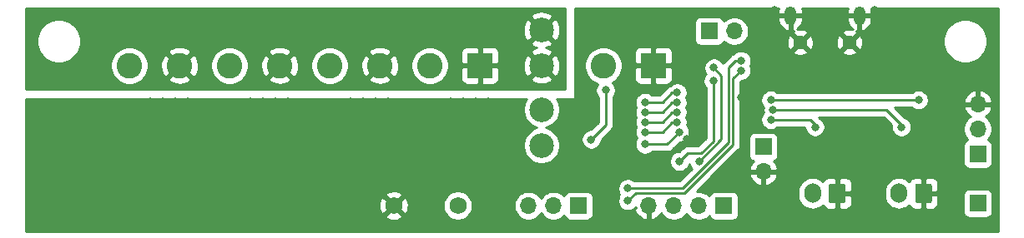
<source format=gbr>
G04 #@! TF.GenerationSoftware,KiCad,Pcbnew,(5.1.5)-3*
G04 #@! TF.CreationDate,2020-01-16T00:36:52-05:00*
G04 #@! TF.ProjectId,STM32_Klipper_Expander,53544d33-325f-44b6-9c69-707065725f45,rev?*
G04 #@! TF.SameCoordinates,Original*
G04 #@! TF.FileFunction,Copper,L2,Bot*
G04 #@! TF.FilePolarity,Positive*
%FSLAX46Y46*%
G04 Gerber Fmt 4.6, Leading zero omitted, Abs format (unit mm)*
G04 Created by KiCad (PCBNEW (5.1.5)-3) date 2020-01-16 00:36:52*
%MOMM*%
%LPD*%
G04 APERTURE LIST*
%ADD10O,1.700000X1.700000*%
%ADD11R,1.700000X1.700000*%
%ADD12O,1.200000X1.900000*%
%ADD13C,1.450000*%
%ADD14O,1.700000X2.000000*%
%ADD15C,0.100000*%
%ADD16C,2.500000*%
%ADD17R,2.600000X2.600000*%
%ADD18C,2.600000*%
%ADD19C,1.750000*%
%ADD20C,0.800000*%
%ADD21C,0.250000*%
%ADD22C,0.254000*%
G04 APERTURE END LIST*
D10*
X172540000Y-79000000D03*
D11*
X170000000Y-79000000D03*
D12*
X178242000Y-77421500D03*
X185242000Y-77421500D03*
D13*
X179242000Y-80121500D03*
X184242000Y-80121500D03*
D11*
X197250000Y-96500000D03*
D14*
X180500000Y-95500000D03*
G04 #@! TA.AperFunction,ComponentPad*
D15*
G36*
X183624504Y-94501204D02*
G01*
X183648773Y-94504804D01*
X183672571Y-94510765D01*
X183695671Y-94519030D01*
X183717849Y-94529520D01*
X183738893Y-94542133D01*
X183758598Y-94556747D01*
X183776777Y-94573223D01*
X183793253Y-94591402D01*
X183807867Y-94611107D01*
X183820480Y-94632151D01*
X183830970Y-94654329D01*
X183839235Y-94677429D01*
X183845196Y-94701227D01*
X183848796Y-94725496D01*
X183850000Y-94750000D01*
X183850000Y-96250000D01*
X183848796Y-96274504D01*
X183845196Y-96298773D01*
X183839235Y-96322571D01*
X183830970Y-96345671D01*
X183820480Y-96367849D01*
X183807867Y-96388893D01*
X183793253Y-96408598D01*
X183776777Y-96426777D01*
X183758598Y-96443253D01*
X183738893Y-96457867D01*
X183717849Y-96470480D01*
X183695671Y-96480970D01*
X183672571Y-96489235D01*
X183648773Y-96495196D01*
X183624504Y-96498796D01*
X183600000Y-96500000D01*
X182400000Y-96500000D01*
X182375496Y-96498796D01*
X182351227Y-96495196D01*
X182327429Y-96489235D01*
X182304329Y-96480970D01*
X182282151Y-96470480D01*
X182261107Y-96457867D01*
X182241402Y-96443253D01*
X182223223Y-96426777D01*
X182206747Y-96408598D01*
X182192133Y-96388893D01*
X182179520Y-96367849D01*
X182169030Y-96345671D01*
X182160765Y-96322571D01*
X182154804Y-96298773D01*
X182151204Y-96274504D01*
X182150000Y-96250000D01*
X182150000Y-94750000D01*
X182151204Y-94725496D01*
X182154804Y-94701227D01*
X182160765Y-94677429D01*
X182169030Y-94654329D01*
X182179520Y-94632151D01*
X182192133Y-94611107D01*
X182206747Y-94591402D01*
X182223223Y-94573223D01*
X182241402Y-94556747D01*
X182261107Y-94542133D01*
X182282151Y-94529520D01*
X182304329Y-94519030D01*
X182327429Y-94510765D01*
X182351227Y-94504804D01*
X182375496Y-94501204D01*
X182400000Y-94500000D01*
X183600000Y-94500000D01*
X183624504Y-94501204D01*
G37*
G04 #@! TD.AperFunction*
D16*
X153000000Y-78845000D03*
X153000000Y-82505000D03*
X153000000Y-86975000D03*
X153000000Y-90635000D03*
D17*
X164350000Y-82500000D03*
D18*
X159270000Y-82500000D03*
G04 #@! TA.AperFunction,ComponentPad*
D15*
G36*
X192374504Y-94501204D02*
G01*
X192398773Y-94504804D01*
X192422571Y-94510765D01*
X192445671Y-94519030D01*
X192467849Y-94529520D01*
X192488893Y-94542133D01*
X192508598Y-94556747D01*
X192526777Y-94573223D01*
X192543253Y-94591402D01*
X192557867Y-94611107D01*
X192570480Y-94632151D01*
X192580970Y-94654329D01*
X192589235Y-94677429D01*
X192595196Y-94701227D01*
X192598796Y-94725496D01*
X192600000Y-94750000D01*
X192600000Y-96250000D01*
X192598796Y-96274504D01*
X192595196Y-96298773D01*
X192589235Y-96322571D01*
X192580970Y-96345671D01*
X192570480Y-96367849D01*
X192557867Y-96388893D01*
X192543253Y-96408598D01*
X192526777Y-96426777D01*
X192508598Y-96443253D01*
X192488893Y-96457867D01*
X192467849Y-96470480D01*
X192445671Y-96480970D01*
X192422571Y-96489235D01*
X192398773Y-96495196D01*
X192374504Y-96498796D01*
X192350000Y-96500000D01*
X191150000Y-96500000D01*
X191125496Y-96498796D01*
X191101227Y-96495196D01*
X191077429Y-96489235D01*
X191054329Y-96480970D01*
X191032151Y-96470480D01*
X191011107Y-96457867D01*
X190991402Y-96443253D01*
X190973223Y-96426777D01*
X190956747Y-96408598D01*
X190942133Y-96388893D01*
X190929520Y-96367849D01*
X190919030Y-96345671D01*
X190910765Y-96322571D01*
X190904804Y-96298773D01*
X190901204Y-96274504D01*
X190900000Y-96250000D01*
X190900000Y-94750000D01*
X190901204Y-94725496D01*
X190904804Y-94701227D01*
X190910765Y-94677429D01*
X190919030Y-94654329D01*
X190929520Y-94632151D01*
X190942133Y-94611107D01*
X190956747Y-94591402D01*
X190973223Y-94573223D01*
X190991402Y-94556747D01*
X191011107Y-94542133D01*
X191032151Y-94529520D01*
X191054329Y-94519030D01*
X191077429Y-94510765D01*
X191101227Y-94504804D01*
X191125496Y-94501204D01*
X191150000Y-94500000D01*
X192350000Y-94500000D01*
X192374504Y-94501204D01*
G37*
G04 #@! TD.AperFunction*
D14*
X189250000Y-95500000D03*
D11*
X175500000Y-90750000D03*
D10*
X175500000Y-93290000D03*
D11*
X197250000Y-91500000D03*
D10*
X197250000Y-88960000D03*
X197250000Y-86420000D03*
X163874000Y-96778000D03*
X166414000Y-96778000D03*
X168954000Y-96778000D03*
D11*
X171494000Y-96778000D03*
D10*
X151670000Y-96750000D03*
X154210000Y-96750000D03*
D11*
X156750000Y-96750000D03*
D19*
X144500000Y-96750000D03*
X138000000Y-96750000D03*
D18*
X111190000Y-82500000D03*
X116270000Y-82500000D03*
X121350000Y-82500000D03*
X126430000Y-82500000D03*
X131510000Y-82500000D03*
X136590000Y-82500000D03*
X141670000Y-82500000D03*
D17*
X146750000Y-82500000D03*
D20*
X133625000Y-88710000D03*
X137435000Y-87440000D03*
X136165000Y-86170000D03*
X134895000Y-88710000D03*
X113305000Y-87440000D03*
X137435000Y-86170000D03*
X136165000Y-87440000D03*
X123465000Y-87440000D03*
X124735000Y-87440000D03*
X115845000Y-86170000D03*
X115845000Y-87440000D03*
X114575000Y-88710000D03*
X114575000Y-86170000D03*
X134895000Y-86170000D03*
X124735000Y-88710000D03*
X126005000Y-87440000D03*
X113305000Y-86170000D03*
X117115000Y-87440000D03*
X123465000Y-88710000D03*
X127275000Y-86170000D03*
X114575000Y-87440000D03*
X117115000Y-86170000D03*
X126005000Y-88710000D03*
X117115000Y-88710000D03*
X127275000Y-88710000D03*
X115845000Y-88710000D03*
X123465000Y-86170000D03*
X127275000Y-87440000D03*
X124735000Y-86170000D03*
X113305000Y-88710000D03*
X126005000Y-86170000D03*
X137435000Y-88710000D03*
X133625000Y-86170000D03*
X145055000Y-87440000D03*
X143785000Y-87440000D03*
X146325000Y-88710000D03*
X143785000Y-86170000D03*
X147595000Y-88710000D03*
X145055000Y-86170000D03*
X146325000Y-87440000D03*
X147595000Y-86170000D03*
X145055000Y-88710000D03*
X146325000Y-86170000D03*
X147595000Y-87440000D03*
X143785000Y-88710000D03*
X136165000Y-88710000D03*
X133625000Y-87440000D03*
X134895000Y-87440000D03*
X186822000Y-76829000D03*
X181350200Y-77459000D03*
X178918000Y-81834000D03*
X186538000Y-79802000D03*
X176666500Y-76833500D03*
X191750000Y-77250000D03*
X173250000Y-85750000D03*
X193750000Y-86500000D03*
X189500000Y-82250000D03*
X167750000Y-90000000D03*
X181750000Y-85000000D03*
X170417948Y-84054701D03*
X167000000Y-92250000D03*
X170475000Y-82725000D03*
X169000000Y-92250000D03*
X159500000Y-85000000D03*
X158036563Y-90011563D03*
X161750000Y-95000000D03*
X173250000Y-81999997D03*
X161750000Y-96250000D03*
X173250000Y-83000000D03*
X163500000Y-86250000D03*
X166750000Y-85250000D03*
X163500000Y-87250000D03*
X166750000Y-86250000D03*
X163500000Y-88250000D03*
X166750000Y-87250000D03*
X163500000Y-89250000D03*
X166750000Y-88250000D03*
X167000000Y-89250000D03*
X163500000Y-90500000D03*
X176500000Y-87000000D03*
X189500000Y-88750000D03*
X176250000Y-88000000D03*
X180750000Y-88750000D03*
X176250000Y-86000000D03*
X191250000Y-86000000D03*
D21*
X167000000Y-92250000D02*
X167818205Y-91431795D01*
X167818205Y-91431795D02*
X169181795Y-91431795D01*
X169181795Y-91431795D02*
X170417948Y-90195642D01*
X170417948Y-90195642D02*
X170417948Y-84054701D01*
X170475000Y-82725000D02*
X171250000Y-83500000D01*
X171250000Y-89750000D02*
X171250000Y-83500000D01*
X171250000Y-89750000D02*
X171250000Y-90000000D01*
X171250000Y-90000000D02*
X169000000Y-92250000D01*
X159500000Y-88548126D02*
X158036563Y-90011563D01*
X159500000Y-85000000D02*
X159500000Y-88548126D01*
X171975001Y-90348001D02*
X167323002Y-95000000D01*
X171975001Y-89661409D02*
X171975001Y-90348001D01*
X167323002Y-95000000D02*
X161750000Y-95000000D01*
X171975000Y-82775000D02*
X171975000Y-89661409D01*
X171975000Y-82709312D02*
X171975000Y-82775000D01*
X172684315Y-81999997D02*
X171975000Y-82709312D01*
X173250000Y-81999997D02*
X172684315Y-81999997D01*
X167509402Y-95450010D02*
X162549990Y-95450010D01*
X172425010Y-90534402D02*
X167509402Y-95450010D01*
X173250000Y-83000000D02*
X172425010Y-83824990D01*
X162549990Y-95450010D02*
X161750000Y-96250000D01*
X172425010Y-83824990D02*
X172425010Y-90534402D01*
X165250000Y-86250000D02*
X166250000Y-85250000D01*
X163500000Y-86250000D02*
X165250000Y-86250000D01*
X166250000Y-85250000D02*
X166750000Y-85250000D01*
X165250000Y-87250000D02*
X166250000Y-86250000D01*
X163500000Y-87250000D02*
X165250000Y-87250000D01*
X166250000Y-86250000D02*
X166750000Y-86250000D01*
X165250000Y-88250000D02*
X166250000Y-87250000D01*
X163500000Y-88250000D02*
X165250000Y-88250000D01*
X166250000Y-87250000D02*
X166750000Y-87250000D01*
X163500000Y-89250000D02*
X165250000Y-89250000D01*
X165250000Y-89250000D02*
X166250000Y-88250000D01*
X166250000Y-88250000D02*
X166750000Y-88250000D01*
X167000000Y-89250000D02*
X165750000Y-90500000D01*
X165750000Y-90500000D02*
X163500000Y-90500000D01*
X176500000Y-87000000D02*
X182500000Y-87000000D01*
X182500000Y-87000000D02*
X188000000Y-87000000D01*
X188000000Y-87000000D02*
X189500000Y-88500000D01*
X189500000Y-88500000D02*
X189500000Y-88750000D01*
X176250000Y-88000000D02*
X180000000Y-88000000D01*
X180000000Y-88000000D02*
X180250000Y-88000000D01*
X180250000Y-88000000D02*
X180750000Y-88500000D01*
X180750000Y-88500000D02*
X180750000Y-88750000D01*
X191250000Y-86000000D02*
X176250000Y-86000000D01*
D22*
G36*
X155373000Y-84873000D02*
G01*
X100660000Y-84873000D01*
X100660000Y-82309419D01*
X109255000Y-82309419D01*
X109255000Y-82690581D01*
X109329361Y-83064419D01*
X109475225Y-83416566D01*
X109686987Y-83733491D01*
X109956509Y-84003013D01*
X110273434Y-84214775D01*
X110625581Y-84360639D01*
X110999419Y-84435000D01*
X111380581Y-84435000D01*
X111754419Y-84360639D01*
X112106566Y-84214775D01*
X112423491Y-84003013D01*
X112577280Y-83849224D01*
X115100381Y-83849224D01*
X115232317Y-84144312D01*
X115573045Y-84315159D01*
X115940557Y-84416250D01*
X116320729Y-84443701D01*
X116698951Y-84396457D01*
X117060690Y-84276333D01*
X117307683Y-84144312D01*
X117439619Y-83849224D01*
X116270000Y-82679605D01*
X115100381Y-83849224D01*
X112577280Y-83849224D01*
X112693013Y-83733491D01*
X112904775Y-83416566D01*
X113050639Y-83064419D01*
X113125000Y-82690581D01*
X113125000Y-82550729D01*
X114326299Y-82550729D01*
X114373543Y-82928951D01*
X114493667Y-83290690D01*
X114625688Y-83537683D01*
X114920776Y-83669619D01*
X116090395Y-82500000D01*
X116449605Y-82500000D01*
X117619224Y-83669619D01*
X117914312Y-83537683D01*
X118085159Y-83196955D01*
X118186250Y-82829443D01*
X118213701Y-82449271D01*
X118196232Y-82309419D01*
X119415000Y-82309419D01*
X119415000Y-82690581D01*
X119489361Y-83064419D01*
X119635225Y-83416566D01*
X119846987Y-83733491D01*
X120116509Y-84003013D01*
X120433434Y-84214775D01*
X120785581Y-84360639D01*
X121159419Y-84435000D01*
X121540581Y-84435000D01*
X121914419Y-84360639D01*
X122266566Y-84214775D01*
X122583491Y-84003013D01*
X122737280Y-83849224D01*
X125260381Y-83849224D01*
X125392317Y-84144312D01*
X125733045Y-84315159D01*
X126100557Y-84416250D01*
X126480729Y-84443701D01*
X126858951Y-84396457D01*
X127220690Y-84276333D01*
X127467683Y-84144312D01*
X127599619Y-83849224D01*
X126430000Y-82679605D01*
X125260381Y-83849224D01*
X122737280Y-83849224D01*
X122853013Y-83733491D01*
X123064775Y-83416566D01*
X123210639Y-83064419D01*
X123285000Y-82690581D01*
X123285000Y-82550729D01*
X124486299Y-82550729D01*
X124533543Y-82928951D01*
X124653667Y-83290690D01*
X124785688Y-83537683D01*
X125080776Y-83669619D01*
X126250395Y-82500000D01*
X126609605Y-82500000D01*
X127779224Y-83669619D01*
X128074312Y-83537683D01*
X128245159Y-83196955D01*
X128346250Y-82829443D01*
X128373701Y-82449271D01*
X128356232Y-82309419D01*
X129575000Y-82309419D01*
X129575000Y-82690581D01*
X129649361Y-83064419D01*
X129795225Y-83416566D01*
X130006987Y-83733491D01*
X130276509Y-84003013D01*
X130593434Y-84214775D01*
X130945581Y-84360639D01*
X131319419Y-84435000D01*
X131700581Y-84435000D01*
X132074419Y-84360639D01*
X132426566Y-84214775D01*
X132743491Y-84003013D01*
X132897280Y-83849224D01*
X135420381Y-83849224D01*
X135552317Y-84144312D01*
X135893045Y-84315159D01*
X136260557Y-84416250D01*
X136640729Y-84443701D01*
X137018951Y-84396457D01*
X137380690Y-84276333D01*
X137627683Y-84144312D01*
X137759619Y-83849224D01*
X136590000Y-82679605D01*
X135420381Y-83849224D01*
X132897280Y-83849224D01*
X133013013Y-83733491D01*
X133224775Y-83416566D01*
X133370639Y-83064419D01*
X133445000Y-82690581D01*
X133445000Y-82550729D01*
X134646299Y-82550729D01*
X134693543Y-82928951D01*
X134813667Y-83290690D01*
X134945688Y-83537683D01*
X135240776Y-83669619D01*
X136410395Y-82500000D01*
X136769605Y-82500000D01*
X137939224Y-83669619D01*
X138234312Y-83537683D01*
X138405159Y-83196955D01*
X138506250Y-82829443D01*
X138533701Y-82449271D01*
X138516232Y-82309419D01*
X139735000Y-82309419D01*
X139735000Y-82690581D01*
X139809361Y-83064419D01*
X139955225Y-83416566D01*
X140166987Y-83733491D01*
X140436509Y-84003013D01*
X140753434Y-84214775D01*
X141105581Y-84360639D01*
X141479419Y-84435000D01*
X141860581Y-84435000D01*
X142234419Y-84360639D01*
X142586566Y-84214775D01*
X142903491Y-84003013D01*
X143106504Y-83800000D01*
X144811928Y-83800000D01*
X144824188Y-83924482D01*
X144860498Y-84044180D01*
X144919463Y-84154494D01*
X144998815Y-84251185D01*
X145095506Y-84330537D01*
X145205820Y-84389502D01*
X145325518Y-84425812D01*
X145450000Y-84438072D01*
X146464250Y-84435000D01*
X146623000Y-84276250D01*
X146623000Y-82627000D01*
X146877000Y-82627000D01*
X146877000Y-84276250D01*
X147035750Y-84435000D01*
X148050000Y-84438072D01*
X148174482Y-84425812D01*
X148294180Y-84389502D01*
X148404494Y-84330537D01*
X148501185Y-84251185D01*
X148580537Y-84154494D01*
X148639502Y-84044180D01*
X148675812Y-83924482D01*
X148686239Y-83818605D01*
X151866000Y-83818605D01*
X151991914Y-84108577D01*
X152324126Y-84274433D01*
X152682312Y-84372290D01*
X153052706Y-84398389D01*
X153421075Y-84351725D01*
X153773262Y-84234094D01*
X154008086Y-84108577D01*
X154134000Y-83818605D01*
X153000000Y-82684605D01*
X151866000Y-83818605D01*
X148686239Y-83818605D01*
X148688072Y-83800000D01*
X148685000Y-82785750D01*
X148526250Y-82627000D01*
X146877000Y-82627000D01*
X146623000Y-82627000D01*
X144973750Y-82627000D01*
X144815000Y-82785750D01*
X144811928Y-83800000D01*
X143106504Y-83800000D01*
X143173013Y-83733491D01*
X143384775Y-83416566D01*
X143530639Y-83064419D01*
X143605000Y-82690581D01*
X143605000Y-82557706D01*
X151106611Y-82557706D01*
X151153275Y-82926075D01*
X151270906Y-83278262D01*
X151396423Y-83513086D01*
X151686395Y-83639000D01*
X152820395Y-82505000D01*
X153179605Y-82505000D01*
X154313605Y-83639000D01*
X154603577Y-83513086D01*
X154769433Y-83180874D01*
X154867290Y-82822688D01*
X154893389Y-82452294D01*
X154846725Y-82083925D01*
X154729094Y-81731738D01*
X154603577Y-81496914D01*
X154313605Y-81371000D01*
X153179605Y-82505000D01*
X152820395Y-82505000D01*
X151686395Y-81371000D01*
X151396423Y-81496914D01*
X151230567Y-81829126D01*
X151132710Y-82187312D01*
X151106611Y-82557706D01*
X143605000Y-82557706D01*
X143605000Y-82309419D01*
X143530639Y-81935581D01*
X143384775Y-81583434D01*
X143173013Y-81266509D01*
X143106504Y-81200000D01*
X144811928Y-81200000D01*
X144815000Y-82214250D01*
X144973750Y-82373000D01*
X146623000Y-82373000D01*
X146623000Y-80723750D01*
X146877000Y-80723750D01*
X146877000Y-82373000D01*
X148526250Y-82373000D01*
X148685000Y-82214250D01*
X148688072Y-81200000D01*
X148675812Y-81075518D01*
X148639502Y-80955820D01*
X148580537Y-80845506D01*
X148501185Y-80748815D01*
X148404494Y-80669463D01*
X148294180Y-80610498D01*
X148174482Y-80574188D01*
X148050000Y-80561928D01*
X147035750Y-80565000D01*
X146877000Y-80723750D01*
X146623000Y-80723750D01*
X146464250Y-80565000D01*
X145450000Y-80561928D01*
X145325518Y-80574188D01*
X145205820Y-80610498D01*
X145095506Y-80669463D01*
X144998815Y-80748815D01*
X144919463Y-80845506D01*
X144860498Y-80955820D01*
X144824188Y-81075518D01*
X144811928Y-81200000D01*
X143106504Y-81200000D01*
X142903491Y-80996987D01*
X142586566Y-80785225D01*
X142234419Y-80639361D01*
X141860581Y-80565000D01*
X141479419Y-80565000D01*
X141105581Y-80639361D01*
X140753434Y-80785225D01*
X140436509Y-80996987D01*
X140166987Y-81266509D01*
X139955225Y-81583434D01*
X139809361Y-81935581D01*
X139735000Y-82309419D01*
X138516232Y-82309419D01*
X138486457Y-82071049D01*
X138366333Y-81709310D01*
X138234312Y-81462317D01*
X137939224Y-81330381D01*
X136769605Y-82500000D01*
X136410395Y-82500000D01*
X135240776Y-81330381D01*
X134945688Y-81462317D01*
X134774841Y-81803045D01*
X134673750Y-82170557D01*
X134646299Y-82550729D01*
X133445000Y-82550729D01*
X133445000Y-82309419D01*
X133370639Y-81935581D01*
X133224775Y-81583434D01*
X133013013Y-81266509D01*
X132897280Y-81150776D01*
X135420381Y-81150776D01*
X136590000Y-82320395D01*
X137759619Y-81150776D01*
X137627683Y-80855688D01*
X137286955Y-80684841D01*
X136919443Y-80583750D01*
X136539271Y-80556299D01*
X136161049Y-80603543D01*
X135799310Y-80723667D01*
X135552317Y-80855688D01*
X135420381Y-81150776D01*
X132897280Y-81150776D01*
X132743491Y-80996987D01*
X132426566Y-80785225D01*
X132074419Y-80639361D01*
X131700581Y-80565000D01*
X131319419Y-80565000D01*
X130945581Y-80639361D01*
X130593434Y-80785225D01*
X130276509Y-80996987D01*
X130006987Y-81266509D01*
X129795225Y-81583434D01*
X129649361Y-81935581D01*
X129575000Y-82309419D01*
X128356232Y-82309419D01*
X128326457Y-82071049D01*
X128206333Y-81709310D01*
X128074312Y-81462317D01*
X127779224Y-81330381D01*
X126609605Y-82500000D01*
X126250395Y-82500000D01*
X125080776Y-81330381D01*
X124785688Y-81462317D01*
X124614841Y-81803045D01*
X124513750Y-82170557D01*
X124486299Y-82550729D01*
X123285000Y-82550729D01*
X123285000Y-82309419D01*
X123210639Y-81935581D01*
X123064775Y-81583434D01*
X122853013Y-81266509D01*
X122737280Y-81150776D01*
X125260381Y-81150776D01*
X126430000Y-82320395D01*
X127599619Y-81150776D01*
X127467683Y-80855688D01*
X127126955Y-80684841D01*
X126759443Y-80583750D01*
X126379271Y-80556299D01*
X126001049Y-80603543D01*
X125639310Y-80723667D01*
X125392317Y-80855688D01*
X125260381Y-81150776D01*
X122737280Y-81150776D01*
X122583491Y-80996987D01*
X122266566Y-80785225D01*
X121914419Y-80639361D01*
X121540581Y-80565000D01*
X121159419Y-80565000D01*
X120785581Y-80639361D01*
X120433434Y-80785225D01*
X120116509Y-80996987D01*
X119846987Y-81266509D01*
X119635225Y-81583434D01*
X119489361Y-81935581D01*
X119415000Y-82309419D01*
X118196232Y-82309419D01*
X118166457Y-82071049D01*
X118046333Y-81709310D01*
X117914312Y-81462317D01*
X117619224Y-81330381D01*
X116449605Y-82500000D01*
X116090395Y-82500000D01*
X114920776Y-81330381D01*
X114625688Y-81462317D01*
X114454841Y-81803045D01*
X114353750Y-82170557D01*
X114326299Y-82550729D01*
X113125000Y-82550729D01*
X113125000Y-82309419D01*
X113050639Y-81935581D01*
X112904775Y-81583434D01*
X112693013Y-81266509D01*
X112577280Y-81150776D01*
X115100381Y-81150776D01*
X116270000Y-82320395D01*
X117439619Y-81150776D01*
X117307683Y-80855688D01*
X116966955Y-80684841D01*
X116599443Y-80583750D01*
X116219271Y-80556299D01*
X115841049Y-80603543D01*
X115479310Y-80723667D01*
X115232317Y-80855688D01*
X115100381Y-81150776D01*
X112577280Y-81150776D01*
X112423491Y-80996987D01*
X112106566Y-80785225D01*
X111754419Y-80639361D01*
X111380581Y-80565000D01*
X110999419Y-80565000D01*
X110625581Y-80639361D01*
X110273434Y-80785225D01*
X109956509Y-80996987D01*
X109686987Y-81266509D01*
X109475225Y-81583434D01*
X109329361Y-81935581D01*
X109255000Y-82309419D01*
X100660000Y-82309419D01*
X100660000Y-79779872D01*
X101765000Y-79779872D01*
X101765000Y-80220128D01*
X101850890Y-80651925D01*
X102019369Y-81058669D01*
X102263962Y-81424729D01*
X102575271Y-81736038D01*
X102941331Y-81980631D01*
X103348075Y-82149110D01*
X103779872Y-82235000D01*
X104220128Y-82235000D01*
X104651925Y-82149110D01*
X105058669Y-81980631D01*
X105424729Y-81736038D01*
X105736038Y-81424729D01*
X105980631Y-81058669D01*
X106149110Y-80651925D01*
X106235000Y-80220128D01*
X106235000Y-80158605D01*
X151866000Y-80158605D01*
X151991914Y-80448577D01*
X152324126Y-80614433D01*
X152536485Y-80672450D01*
X152226738Y-80775906D01*
X151991914Y-80901423D01*
X151866000Y-81191395D01*
X153000000Y-82325395D01*
X154134000Y-81191395D01*
X154008086Y-80901423D01*
X153675874Y-80735567D01*
X153463515Y-80677550D01*
X153773262Y-80574094D01*
X154008086Y-80448577D01*
X154134000Y-80158605D01*
X153000000Y-79024605D01*
X151866000Y-80158605D01*
X106235000Y-80158605D01*
X106235000Y-79779872D01*
X106149110Y-79348075D01*
X105980631Y-78941331D01*
X105951482Y-78897706D01*
X151106611Y-78897706D01*
X151153275Y-79266075D01*
X151270906Y-79618262D01*
X151396423Y-79853086D01*
X151686395Y-79979000D01*
X152820395Y-78845000D01*
X153179605Y-78845000D01*
X154313605Y-79979000D01*
X154603577Y-79853086D01*
X154769433Y-79520874D01*
X154867290Y-79162688D01*
X154893389Y-78792294D01*
X154846725Y-78423925D01*
X154729094Y-78071738D01*
X154603577Y-77836914D01*
X154313605Y-77711000D01*
X153179605Y-78845000D01*
X152820395Y-78845000D01*
X151686395Y-77711000D01*
X151396423Y-77836914D01*
X151230567Y-78169126D01*
X151132710Y-78527312D01*
X151106611Y-78897706D01*
X105951482Y-78897706D01*
X105736038Y-78575271D01*
X105424729Y-78263962D01*
X105058669Y-78019369D01*
X104651925Y-77850890D01*
X104220128Y-77765000D01*
X103779872Y-77765000D01*
X103348075Y-77850890D01*
X102941331Y-78019369D01*
X102575271Y-78263962D01*
X102263962Y-78575271D01*
X102019369Y-78941331D01*
X101850890Y-79348075D01*
X101765000Y-79779872D01*
X100660000Y-79779872D01*
X100660000Y-77531395D01*
X151866000Y-77531395D01*
X153000000Y-78665395D01*
X154134000Y-77531395D01*
X154008086Y-77241423D01*
X153675874Y-77075567D01*
X153317688Y-76977710D01*
X152947294Y-76951611D01*
X152578925Y-76998275D01*
X152226738Y-77115906D01*
X151991914Y-77241423D01*
X151866000Y-77531395D01*
X100660000Y-77531395D01*
X100660000Y-76660000D01*
X155373000Y-76660000D01*
X155373000Y-84873000D01*
G37*
X155373000Y-84873000D02*
X100660000Y-84873000D01*
X100660000Y-82309419D01*
X109255000Y-82309419D01*
X109255000Y-82690581D01*
X109329361Y-83064419D01*
X109475225Y-83416566D01*
X109686987Y-83733491D01*
X109956509Y-84003013D01*
X110273434Y-84214775D01*
X110625581Y-84360639D01*
X110999419Y-84435000D01*
X111380581Y-84435000D01*
X111754419Y-84360639D01*
X112106566Y-84214775D01*
X112423491Y-84003013D01*
X112577280Y-83849224D01*
X115100381Y-83849224D01*
X115232317Y-84144312D01*
X115573045Y-84315159D01*
X115940557Y-84416250D01*
X116320729Y-84443701D01*
X116698951Y-84396457D01*
X117060690Y-84276333D01*
X117307683Y-84144312D01*
X117439619Y-83849224D01*
X116270000Y-82679605D01*
X115100381Y-83849224D01*
X112577280Y-83849224D01*
X112693013Y-83733491D01*
X112904775Y-83416566D01*
X113050639Y-83064419D01*
X113125000Y-82690581D01*
X113125000Y-82550729D01*
X114326299Y-82550729D01*
X114373543Y-82928951D01*
X114493667Y-83290690D01*
X114625688Y-83537683D01*
X114920776Y-83669619D01*
X116090395Y-82500000D01*
X116449605Y-82500000D01*
X117619224Y-83669619D01*
X117914312Y-83537683D01*
X118085159Y-83196955D01*
X118186250Y-82829443D01*
X118213701Y-82449271D01*
X118196232Y-82309419D01*
X119415000Y-82309419D01*
X119415000Y-82690581D01*
X119489361Y-83064419D01*
X119635225Y-83416566D01*
X119846987Y-83733491D01*
X120116509Y-84003013D01*
X120433434Y-84214775D01*
X120785581Y-84360639D01*
X121159419Y-84435000D01*
X121540581Y-84435000D01*
X121914419Y-84360639D01*
X122266566Y-84214775D01*
X122583491Y-84003013D01*
X122737280Y-83849224D01*
X125260381Y-83849224D01*
X125392317Y-84144312D01*
X125733045Y-84315159D01*
X126100557Y-84416250D01*
X126480729Y-84443701D01*
X126858951Y-84396457D01*
X127220690Y-84276333D01*
X127467683Y-84144312D01*
X127599619Y-83849224D01*
X126430000Y-82679605D01*
X125260381Y-83849224D01*
X122737280Y-83849224D01*
X122853013Y-83733491D01*
X123064775Y-83416566D01*
X123210639Y-83064419D01*
X123285000Y-82690581D01*
X123285000Y-82550729D01*
X124486299Y-82550729D01*
X124533543Y-82928951D01*
X124653667Y-83290690D01*
X124785688Y-83537683D01*
X125080776Y-83669619D01*
X126250395Y-82500000D01*
X126609605Y-82500000D01*
X127779224Y-83669619D01*
X128074312Y-83537683D01*
X128245159Y-83196955D01*
X128346250Y-82829443D01*
X128373701Y-82449271D01*
X128356232Y-82309419D01*
X129575000Y-82309419D01*
X129575000Y-82690581D01*
X129649361Y-83064419D01*
X129795225Y-83416566D01*
X130006987Y-83733491D01*
X130276509Y-84003013D01*
X130593434Y-84214775D01*
X130945581Y-84360639D01*
X131319419Y-84435000D01*
X131700581Y-84435000D01*
X132074419Y-84360639D01*
X132426566Y-84214775D01*
X132743491Y-84003013D01*
X132897280Y-83849224D01*
X135420381Y-83849224D01*
X135552317Y-84144312D01*
X135893045Y-84315159D01*
X136260557Y-84416250D01*
X136640729Y-84443701D01*
X137018951Y-84396457D01*
X137380690Y-84276333D01*
X137627683Y-84144312D01*
X137759619Y-83849224D01*
X136590000Y-82679605D01*
X135420381Y-83849224D01*
X132897280Y-83849224D01*
X133013013Y-83733491D01*
X133224775Y-83416566D01*
X133370639Y-83064419D01*
X133445000Y-82690581D01*
X133445000Y-82550729D01*
X134646299Y-82550729D01*
X134693543Y-82928951D01*
X134813667Y-83290690D01*
X134945688Y-83537683D01*
X135240776Y-83669619D01*
X136410395Y-82500000D01*
X136769605Y-82500000D01*
X137939224Y-83669619D01*
X138234312Y-83537683D01*
X138405159Y-83196955D01*
X138506250Y-82829443D01*
X138533701Y-82449271D01*
X138516232Y-82309419D01*
X139735000Y-82309419D01*
X139735000Y-82690581D01*
X139809361Y-83064419D01*
X139955225Y-83416566D01*
X140166987Y-83733491D01*
X140436509Y-84003013D01*
X140753434Y-84214775D01*
X141105581Y-84360639D01*
X141479419Y-84435000D01*
X141860581Y-84435000D01*
X142234419Y-84360639D01*
X142586566Y-84214775D01*
X142903491Y-84003013D01*
X143106504Y-83800000D01*
X144811928Y-83800000D01*
X144824188Y-83924482D01*
X144860498Y-84044180D01*
X144919463Y-84154494D01*
X144998815Y-84251185D01*
X145095506Y-84330537D01*
X145205820Y-84389502D01*
X145325518Y-84425812D01*
X145450000Y-84438072D01*
X146464250Y-84435000D01*
X146623000Y-84276250D01*
X146623000Y-82627000D01*
X146877000Y-82627000D01*
X146877000Y-84276250D01*
X147035750Y-84435000D01*
X148050000Y-84438072D01*
X148174482Y-84425812D01*
X148294180Y-84389502D01*
X148404494Y-84330537D01*
X148501185Y-84251185D01*
X148580537Y-84154494D01*
X148639502Y-84044180D01*
X148675812Y-83924482D01*
X148686239Y-83818605D01*
X151866000Y-83818605D01*
X151991914Y-84108577D01*
X152324126Y-84274433D01*
X152682312Y-84372290D01*
X153052706Y-84398389D01*
X153421075Y-84351725D01*
X153773262Y-84234094D01*
X154008086Y-84108577D01*
X154134000Y-83818605D01*
X153000000Y-82684605D01*
X151866000Y-83818605D01*
X148686239Y-83818605D01*
X148688072Y-83800000D01*
X148685000Y-82785750D01*
X148526250Y-82627000D01*
X146877000Y-82627000D01*
X146623000Y-82627000D01*
X144973750Y-82627000D01*
X144815000Y-82785750D01*
X144811928Y-83800000D01*
X143106504Y-83800000D01*
X143173013Y-83733491D01*
X143384775Y-83416566D01*
X143530639Y-83064419D01*
X143605000Y-82690581D01*
X143605000Y-82557706D01*
X151106611Y-82557706D01*
X151153275Y-82926075D01*
X151270906Y-83278262D01*
X151396423Y-83513086D01*
X151686395Y-83639000D01*
X152820395Y-82505000D01*
X153179605Y-82505000D01*
X154313605Y-83639000D01*
X154603577Y-83513086D01*
X154769433Y-83180874D01*
X154867290Y-82822688D01*
X154893389Y-82452294D01*
X154846725Y-82083925D01*
X154729094Y-81731738D01*
X154603577Y-81496914D01*
X154313605Y-81371000D01*
X153179605Y-82505000D01*
X152820395Y-82505000D01*
X151686395Y-81371000D01*
X151396423Y-81496914D01*
X151230567Y-81829126D01*
X151132710Y-82187312D01*
X151106611Y-82557706D01*
X143605000Y-82557706D01*
X143605000Y-82309419D01*
X143530639Y-81935581D01*
X143384775Y-81583434D01*
X143173013Y-81266509D01*
X143106504Y-81200000D01*
X144811928Y-81200000D01*
X144815000Y-82214250D01*
X144973750Y-82373000D01*
X146623000Y-82373000D01*
X146623000Y-80723750D01*
X146877000Y-80723750D01*
X146877000Y-82373000D01*
X148526250Y-82373000D01*
X148685000Y-82214250D01*
X148688072Y-81200000D01*
X148675812Y-81075518D01*
X148639502Y-80955820D01*
X148580537Y-80845506D01*
X148501185Y-80748815D01*
X148404494Y-80669463D01*
X148294180Y-80610498D01*
X148174482Y-80574188D01*
X148050000Y-80561928D01*
X147035750Y-80565000D01*
X146877000Y-80723750D01*
X146623000Y-80723750D01*
X146464250Y-80565000D01*
X145450000Y-80561928D01*
X145325518Y-80574188D01*
X145205820Y-80610498D01*
X145095506Y-80669463D01*
X144998815Y-80748815D01*
X144919463Y-80845506D01*
X144860498Y-80955820D01*
X144824188Y-81075518D01*
X144811928Y-81200000D01*
X143106504Y-81200000D01*
X142903491Y-80996987D01*
X142586566Y-80785225D01*
X142234419Y-80639361D01*
X141860581Y-80565000D01*
X141479419Y-80565000D01*
X141105581Y-80639361D01*
X140753434Y-80785225D01*
X140436509Y-80996987D01*
X140166987Y-81266509D01*
X139955225Y-81583434D01*
X139809361Y-81935581D01*
X139735000Y-82309419D01*
X138516232Y-82309419D01*
X138486457Y-82071049D01*
X138366333Y-81709310D01*
X138234312Y-81462317D01*
X137939224Y-81330381D01*
X136769605Y-82500000D01*
X136410395Y-82500000D01*
X135240776Y-81330381D01*
X134945688Y-81462317D01*
X134774841Y-81803045D01*
X134673750Y-82170557D01*
X134646299Y-82550729D01*
X133445000Y-82550729D01*
X133445000Y-82309419D01*
X133370639Y-81935581D01*
X133224775Y-81583434D01*
X133013013Y-81266509D01*
X132897280Y-81150776D01*
X135420381Y-81150776D01*
X136590000Y-82320395D01*
X137759619Y-81150776D01*
X137627683Y-80855688D01*
X137286955Y-80684841D01*
X136919443Y-80583750D01*
X136539271Y-80556299D01*
X136161049Y-80603543D01*
X135799310Y-80723667D01*
X135552317Y-80855688D01*
X135420381Y-81150776D01*
X132897280Y-81150776D01*
X132743491Y-80996987D01*
X132426566Y-80785225D01*
X132074419Y-80639361D01*
X131700581Y-80565000D01*
X131319419Y-80565000D01*
X130945581Y-80639361D01*
X130593434Y-80785225D01*
X130276509Y-80996987D01*
X130006987Y-81266509D01*
X129795225Y-81583434D01*
X129649361Y-81935581D01*
X129575000Y-82309419D01*
X128356232Y-82309419D01*
X128326457Y-82071049D01*
X128206333Y-81709310D01*
X128074312Y-81462317D01*
X127779224Y-81330381D01*
X126609605Y-82500000D01*
X126250395Y-82500000D01*
X125080776Y-81330381D01*
X124785688Y-81462317D01*
X124614841Y-81803045D01*
X124513750Y-82170557D01*
X124486299Y-82550729D01*
X123285000Y-82550729D01*
X123285000Y-82309419D01*
X123210639Y-81935581D01*
X123064775Y-81583434D01*
X122853013Y-81266509D01*
X122737280Y-81150776D01*
X125260381Y-81150776D01*
X126430000Y-82320395D01*
X127599619Y-81150776D01*
X127467683Y-80855688D01*
X127126955Y-80684841D01*
X126759443Y-80583750D01*
X126379271Y-80556299D01*
X126001049Y-80603543D01*
X125639310Y-80723667D01*
X125392317Y-80855688D01*
X125260381Y-81150776D01*
X122737280Y-81150776D01*
X122583491Y-80996987D01*
X122266566Y-80785225D01*
X121914419Y-80639361D01*
X121540581Y-80565000D01*
X121159419Y-80565000D01*
X120785581Y-80639361D01*
X120433434Y-80785225D01*
X120116509Y-80996987D01*
X119846987Y-81266509D01*
X119635225Y-81583434D01*
X119489361Y-81935581D01*
X119415000Y-82309419D01*
X118196232Y-82309419D01*
X118166457Y-82071049D01*
X118046333Y-81709310D01*
X117914312Y-81462317D01*
X117619224Y-81330381D01*
X116449605Y-82500000D01*
X116090395Y-82500000D01*
X114920776Y-81330381D01*
X114625688Y-81462317D01*
X114454841Y-81803045D01*
X114353750Y-82170557D01*
X114326299Y-82550729D01*
X113125000Y-82550729D01*
X113125000Y-82309419D01*
X113050639Y-81935581D01*
X112904775Y-81583434D01*
X112693013Y-81266509D01*
X112577280Y-81150776D01*
X115100381Y-81150776D01*
X116270000Y-82320395D01*
X117439619Y-81150776D01*
X117307683Y-80855688D01*
X116966955Y-80684841D01*
X116599443Y-80583750D01*
X116219271Y-80556299D01*
X115841049Y-80603543D01*
X115479310Y-80723667D01*
X115232317Y-80855688D01*
X115100381Y-81150776D01*
X112577280Y-81150776D01*
X112423491Y-80996987D01*
X112106566Y-80785225D01*
X111754419Y-80639361D01*
X111380581Y-80565000D01*
X110999419Y-80565000D01*
X110625581Y-80639361D01*
X110273434Y-80785225D01*
X109956509Y-80996987D01*
X109686987Y-81266509D01*
X109475225Y-81583434D01*
X109329361Y-81935581D01*
X109255000Y-82309419D01*
X100660000Y-82309419D01*
X100660000Y-79779872D01*
X101765000Y-79779872D01*
X101765000Y-80220128D01*
X101850890Y-80651925D01*
X102019369Y-81058669D01*
X102263962Y-81424729D01*
X102575271Y-81736038D01*
X102941331Y-81980631D01*
X103348075Y-82149110D01*
X103779872Y-82235000D01*
X104220128Y-82235000D01*
X104651925Y-82149110D01*
X105058669Y-81980631D01*
X105424729Y-81736038D01*
X105736038Y-81424729D01*
X105980631Y-81058669D01*
X106149110Y-80651925D01*
X106235000Y-80220128D01*
X106235000Y-80158605D01*
X151866000Y-80158605D01*
X151991914Y-80448577D01*
X152324126Y-80614433D01*
X152536485Y-80672450D01*
X152226738Y-80775906D01*
X151991914Y-80901423D01*
X151866000Y-81191395D01*
X153000000Y-82325395D01*
X154134000Y-81191395D01*
X154008086Y-80901423D01*
X153675874Y-80735567D01*
X153463515Y-80677550D01*
X153773262Y-80574094D01*
X154008086Y-80448577D01*
X154134000Y-80158605D01*
X153000000Y-79024605D01*
X151866000Y-80158605D01*
X106235000Y-80158605D01*
X106235000Y-79779872D01*
X106149110Y-79348075D01*
X105980631Y-78941331D01*
X105951482Y-78897706D01*
X151106611Y-78897706D01*
X151153275Y-79266075D01*
X151270906Y-79618262D01*
X151396423Y-79853086D01*
X151686395Y-79979000D01*
X152820395Y-78845000D01*
X153179605Y-78845000D01*
X154313605Y-79979000D01*
X154603577Y-79853086D01*
X154769433Y-79520874D01*
X154867290Y-79162688D01*
X154893389Y-78792294D01*
X154846725Y-78423925D01*
X154729094Y-78071738D01*
X154603577Y-77836914D01*
X154313605Y-77711000D01*
X153179605Y-78845000D01*
X152820395Y-78845000D01*
X151686395Y-77711000D01*
X151396423Y-77836914D01*
X151230567Y-78169126D01*
X151132710Y-78527312D01*
X151106611Y-78897706D01*
X105951482Y-78897706D01*
X105736038Y-78575271D01*
X105424729Y-78263962D01*
X105058669Y-78019369D01*
X104651925Y-77850890D01*
X104220128Y-77765000D01*
X103779872Y-77765000D01*
X103348075Y-77850890D01*
X102941331Y-78019369D01*
X102575271Y-78263962D01*
X102263962Y-78575271D01*
X102019369Y-78941331D01*
X101850890Y-79348075D01*
X101765000Y-79779872D01*
X100660000Y-79779872D01*
X100660000Y-77531395D01*
X151866000Y-77531395D01*
X153000000Y-78665395D01*
X154134000Y-77531395D01*
X154008086Y-77241423D01*
X153675874Y-77075567D01*
X153317688Y-76977710D01*
X152947294Y-76951611D01*
X152578925Y-76998275D01*
X152226738Y-77115906D01*
X151991914Y-77241423D01*
X151866000Y-77531395D01*
X100660000Y-77531395D01*
X100660000Y-76660000D01*
X155373000Y-76660000D01*
X155373000Y-84873000D01*
G36*
X177055507Y-76706004D02*
G01*
X177007000Y-76944500D01*
X177007000Y-77294500D01*
X178115000Y-77294500D01*
X178115000Y-77274500D01*
X178369000Y-77274500D01*
X178369000Y-77294500D01*
X179477000Y-77294500D01*
X179477000Y-76944500D01*
X179428493Y-76706004D01*
X179409205Y-76660000D01*
X184074795Y-76660000D01*
X184055507Y-76706004D01*
X184007000Y-76944500D01*
X184007000Y-77294500D01*
X185115000Y-77294500D01*
X185115000Y-77274500D01*
X185369000Y-77274500D01*
X185369000Y-77294500D01*
X186477000Y-77294500D01*
X186477000Y-76944500D01*
X186428493Y-76706004D01*
X186409205Y-76660000D01*
X199340001Y-76660000D01*
X199340000Y-99340000D01*
X100660000Y-99340000D01*
X100660000Y-97796240D01*
X137133365Y-97796240D01*
X137214025Y-98047868D01*
X137482329Y-98176267D01*
X137770526Y-98249855D01*
X138067543Y-98265804D01*
X138361963Y-98223501D01*
X138642474Y-98124572D01*
X138785975Y-98047868D01*
X138866635Y-97796240D01*
X138000000Y-96929605D01*
X137133365Y-97796240D01*
X100660000Y-97796240D01*
X100660000Y-96817543D01*
X136484196Y-96817543D01*
X136526499Y-97111963D01*
X136625428Y-97392474D01*
X136702132Y-97535975D01*
X136953760Y-97616635D01*
X137820395Y-96750000D01*
X138179605Y-96750000D01*
X139046240Y-97616635D01*
X139297868Y-97535975D01*
X139426267Y-97267671D01*
X139499855Y-96979474D01*
X139515804Y-96682457D01*
X139504140Y-96601278D01*
X142990000Y-96601278D01*
X142990000Y-96898722D01*
X143048029Y-97190451D01*
X143161856Y-97465253D01*
X143327107Y-97712569D01*
X143537431Y-97922893D01*
X143784747Y-98088144D01*
X144059549Y-98201971D01*
X144351278Y-98260000D01*
X144648722Y-98260000D01*
X144940451Y-98201971D01*
X145215253Y-98088144D01*
X145462569Y-97922893D01*
X145672893Y-97712569D01*
X145838144Y-97465253D01*
X145951971Y-97190451D01*
X146010000Y-96898722D01*
X146010000Y-96603740D01*
X150185000Y-96603740D01*
X150185000Y-96896260D01*
X150242068Y-97183158D01*
X150354010Y-97453411D01*
X150516525Y-97696632D01*
X150723368Y-97903475D01*
X150966589Y-98065990D01*
X151236842Y-98177932D01*
X151523740Y-98235000D01*
X151816260Y-98235000D01*
X152103158Y-98177932D01*
X152373411Y-98065990D01*
X152616632Y-97903475D01*
X152823475Y-97696632D01*
X152940000Y-97522240D01*
X153056525Y-97696632D01*
X153263368Y-97903475D01*
X153506589Y-98065990D01*
X153776842Y-98177932D01*
X154063740Y-98235000D01*
X154356260Y-98235000D01*
X154643158Y-98177932D01*
X154913411Y-98065990D01*
X155156632Y-97903475D01*
X155288487Y-97771620D01*
X155310498Y-97844180D01*
X155369463Y-97954494D01*
X155448815Y-98051185D01*
X155545506Y-98130537D01*
X155655820Y-98189502D01*
X155775518Y-98225812D01*
X155900000Y-98238072D01*
X157600000Y-98238072D01*
X157724482Y-98225812D01*
X157844180Y-98189502D01*
X157954494Y-98130537D01*
X158051185Y-98051185D01*
X158130537Y-97954494D01*
X158189502Y-97844180D01*
X158225812Y-97724482D01*
X158238072Y-97600000D01*
X158238072Y-95900000D01*
X158225812Y-95775518D01*
X158189502Y-95655820D01*
X158130537Y-95545506D01*
X158051185Y-95448815D01*
X157954494Y-95369463D01*
X157844180Y-95310498D01*
X157724482Y-95274188D01*
X157600000Y-95261928D01*
X155900000Y-95261928D01*
X155775518Y-95274188D01*
X155655820Y-95310498D01*
X155545506Y-95369463D01*
X155448815Y-95448815D01*
X155369463Y-95545506D01*
X155310498Y-95655820D01*
X155288487Y-95728380D01*
X155156632Y-95596525D01*
X154913411Y-95434010D01*
X154643158Y-95322068D01*
X154356260Y-95265000D01*
X154063740Y-95265000D01*
X153776842Y-95322068D01*
X153506589Y-95434010D01*
X153263368Y-95596525D01*
X153056525Y-95803368D01*
X152940000Y-95977760D01*
X152823475Y-95803368D01*
X152616632Y-95596525D01*
X152373411Y-95434010D01*
X152103158Y-95322068D01*
X151816260Y-95265000D01*
X151523740Y-95265000D01*
X151236842Y-95322068D01*
X150966589Y-95434010D01*
X150723368Y-95596525D01*
X150516525Y-95803368D01*
X150354010Y-96046589D01*
X150242068Y-96316842D01*
X150185000Y-96603740D01*
X146010000Y-96603740D01*
X146010000Y-96601278D01*
X145951971Y-96309549D01*
X145838144Y-96034747D01*
X145672893Y-95787431D01*
X145462569Y-95577107D01*
X145215253Y-95411856D01*
X144940451Y-95298029D01*
X144648722Y-95240000D01*
X144351278Y-95240000D01*
X144059549Y-95298029D01*
X143784747Y-95411856D01*
X143537431Y-95577107D01*
X143327107Y-95787431D01*
X143161856Y-96034747D01*
X143048029Y-96309549D01*
X142990000Y-96601278D01*
X139504140Y-96601278D01*
X139473501Y-96388037D01*
X139374572Y-96107526D01*
X139297868Y-95964025D01*
X139046240Y-95883365D01*
X138179605Y-96750000D01*
X137820395Y-96750000D01*
X136953760Y-95883365D01*
X136702132Y-95964025D01*
X136573733Y-96232329D01*
X136500145Y-96520526D01*
X136484196Y-96817543D01*
X100660000Y-96817543D01*
X100660000Y-95703760D01*
X137133365Y-95703760D01*
X138000000Y-96570395D01*
X138866635Y-95703760D01*
X138785975Y-95452132D01*
X138517671Y-95323733D01*
X138229474Y-95250145D01*
X137932457Y-95234196D01*
X137638037Y-95276499D01*
X137357526Y-95375428D01*
X137214025Y-95452132D01*
X137133365Y-95703760D01*
X100660000Y-95703760D01*
X100660000Y-94898061D01*
X160715000Y-94898061D01*
X160715000Y-95101939D01*
X160754774Y-95301898D01*
X160832795Y-95490256D01*
X160922828Y-95625000D01*
X160832795Y-95759744D01*
X160754774Y-95948102D01*
X160715000Y-96148061D01*
X160715000Y-96351939D01*
X160754774Y-96551898D01*
X160832795Y-96740256D01*
X160946063Y-96909774D01*
X161090226Y-97053937D01*
X161259744Y-97167205D01*
X161448102Y-97245226D01*
X161648061Y-97285000D01*
X161851939Y-97285000D01*
X162051898Y-97245226D01*
X162240256Y-97167205D01*
X162409774Y-97053937D01*
X162547082Y-96916629D01*
X162432519Y-97134891D01*
X162529843Y-97409252D01*
X162678822Y-97659355D01*
X162873731Y-97875588D01*
X163107080Y-98049641D01*
X163369901Y-98174825D01*
X163517110Y-98219476D01*
X163747000Y-98098155D01*
X163747000Y-96905000D01*
X163727000Y-96905000D01*
X163727000Y-96651000D01*
X163747000Y-96651000D01*
X163747000Y-96631000D01*
X164001000Y-96631000D01*
X164001000Y-96651000D01*
X164021000Y-96651000D01*
X164021000Y-96905000D01*
X164001000Y-96905000D01*
X164001000Y-98098155D01*
X164230890Y-98219476D01*
X164378099Y-98174825D01*
X164640920Y-98049641D01*
X164874269Y-97875588D01*
X165069178Y-97659355D01*
X165138805Y-97542466D01*
X165260525Y-97724632D01*
X165467368Y-97931475D01*
X165710589Y-98093990D01*
X165980842Y-98205932D01*
X166267740Y-98263000D01*
X166560260Y-98263000D01*
X166847158Y-98205932D01*
X167117411Y-98093990D01*
X167360632Y-97931475D01*
X167567475Y-97724632D01*
X167684000Y-97550240D01*
X167800525Y-97724632D01*
X168007368Y-97931475D01*
X168250589Y-98093990D01*
X168520842Y-98205932D01*
X168807740Y-98263000D01*
X169100260Y-98263000D01*
X169387158Y-98205932D01*
X169657411Y-98093990D01*
X169900632Y-97931475D01*
X170032487Y-97799620D01*
X170054498Y-97872180D01*
X170113463Y-97982494D01*
X170192815Y-98079185D01*
X170289506Y-98158537D01*
X170399820Y-98217502D01*
X170519518Y-98253812D01*
X170644000Y-98266072D01*
X172344000Y-98266072D01*
X172468482Y-98253812D01*
X172588180Y-98217502D01*
X172698494Y-98158537D01*
X172795185Y-98079185D01*
X172874537Y-97982494D01*
X172933502Y-97872180D01*
X172969812Y-97752482D01*
X172982072Y-97628000D01*
X172982072Y-95928000D01*
X172969812Y-95803518D01*
X172933502Y-95683820D01*
X172874537Y-95573506D01*
X172795185Y-95476815D01*
X172698494Y-95397463D01*
X172588180Y-95338498D01*
X172468482Y-95302188D01*
X172344000Y-95289928D01*
X170644000Y-95289928D01*
X170519518Y-95302188D01*
X170399820Y-95338498D01*
X170289506Y-95397463D01*
X170192815Y-95476815D01*
X170113463Y-95573506D01*
X170054498Y-95683820D01*
X170032487Y-95756380D01*
X169900632Y-95624525D01*
X169657411Y-95462010D01*
X169387158Y-95350068D01*
X169100260Y-95293000D01*
X168807740Y-95293000D01*
X168724694Y-95309519D01*
X168757163Y-95277050D01*
X179015000Y-95277050D01*
X179015000Y-95722949D01*
X179036487Y-95941110D01*
X179121401Y-96221033D01*
X179259294Y-96479013D01*
X179444866Y-96705134D01*
X179670986Y-96890706D01*
X179928966Y-97028599D01*
X180208889Y-97113513D01*
X180500000Y-97142185D01*
X180791110Y-97113513D01*
X181071033Y-97028599D01*
X181329013Y-96890706D01*
X181549945Y-96709392D01*
X181560498Y-96744180D01*
X181619463Y-96854494D01*
X181698815Y-96951185D01*
X181795506Y-97030537D01*
X181905820Y-97089502D01*
X182025518Y-97125812D01*
X182150000Y-97138072D01*
X182714250Y-97135000D01*
X182873000Y-96976250D01*
X182873000Y-95627000D01*
X183127000Y-95627000D01*
X183127000Y-96976250D01*
X183285750Y-97135000D01*
X183850000Y-97138072D01*
X183974482Y-97125812D01*
X184094180Y-97089502D01*
X184204494Y-97030537D01*
X184301185Y-96951185D01*
X184380537Y-96854494D01*
X184439502Y-96744180D01*
X184475812Y-96624482D01*
X184488072Y-96500000D01*
X184485000Y-95785750D01*
X184326250Y-95627000D01*
X183127000Y-95627000D01*
X182873000Y-95627000D01*
X182853000Y-95627000D01*
X182853000Y-95373000D01*
X182873000Y-95373000D01*
X182873000Y-94023750D01*
X183127000Y-94023750D01*
X183127000Y-95373000D01*
X184326250Y-95373000D01*
X184422200Y-95277050D01*
X187765000Y-95277050D01*
X187765000Y-95722949D01*
X187786487Y-95941110D01*
X187871401Y-96221033D01*
X188009294Y-96479013D01*
X188194866Y-96705134D01*
X188420986Y-96890706D01*
X188678966Y-97028599D01*
X188958889Y-97113513D01*
X189250000Y-97142185D01*
X189541110Y-97113513D01*
X189821033Y-97028599D01*
X190079013Y-96890706D01*
X190299945Y-96709392D01*
X190310498Y-96744180D01*
X190369463Y-96854494D01*
X190448815Y-96951185D01*
X190545506Y-97030537D01*
X190655820Y-97089502D01*
X190775518Y-97125812D01*
X190900000Y-97138072D01*
X191464250Y-97135000D01*
X191623000Y-96976250D01*
X191623000Y-95627000D01*
X191877000Y-95627000D01*
X191877000Y-96976250D01*
X192035750Y-97135000D01*
X192600000Y-97138072D01*
X192724482Y-97125812D01*
X192844180Y-97089502D01*
X192954494Y-97030537D01*
X193051185Y-96951185D01*
X193130537Y-96854494D01*
X193189502Y-96744180D01*
X193225812Y-96624482D01*
X193238072Y-96500000D01*
X193235000Y-95785750D01*
X193099250Y-95650000D01*
X195761928Y-95650000D01*
X195761928Y-97350000D01*
X195774188Y-97474482D01*
X195810498Y-97594180D01*
X195869463Y-97704494D01*
X195948815Y-97801185D01*
X196045506Y-97880537D01*
X196155820Y-97939502D01*
X196275518Y-97975812D01*
X196400000Y-97988072D01*
X198100000Y-97988072D01*
X198224482Y-97975812D01*
X198344180Y-97939502D01*
X198454494Y-97880537D01*
X198551185Y-97801185D01*
X198630537Y-97704494D01*
X198689502Y-97594180D01*
X198725812Y-97474482D01*
X198738072Y-97350000D01*
X198738072Y-95650000D01*
X198725812Y-95525518D01*
X198689502Y-95405820D01*
X198630537Y-95295506D01*
X198551185Y-95198815D01*
X198454494Y-95119463D01*
X198344180Y-95060498D01*
X198224482Y-95024188D01*
X198100000Y-95011928D01*
X196400000Y-95011928D01*
X196275518Y-95024188D01*
X196155820Y-95060498D01*
X196045506Y-95119463D01*
X195948815Y-95198815D01*
X195869463Y-95295506D01*
X195810498Y-95405820D01*
X195774188Y-95525518D01*
X195761928Y-95650000D01*
X193099250Y-95650000D01*
X193076250Y-95627000D01*
X191877000Y-95627000D01*
X191623000Y-95627000D01*
X191603000Y-95627000D01*
X191603000Y-95373000D01*
X191623000Y-95373000D01*
X191623000Y-94023750D01*
X191877000Y-94023750D01*
X191877000Y-95373000D01*
X193076250Y-95373000D01*
X193235000Y-95214250D01*
X193238072Y-94500000D01*
X193225812Y-94375518D01*
X193189502Y-94255820D01*
X193130537Y-94145506D01*
X193051185Y-94048815D01*
X192954494Y-93969463D01*
X192844180Y-93910498D01*
X192724482Y-93874188D01*
X192600000Y-93861928D01*
X192035750Y-93865000D01*
X191877000Y-94023750D01*
X191623000Y-94023750D01*
X191464250Y-93865000D01*
X190900000Y-93861928D01*
X190775518Y-93874188D01*
X190655820Y-93910498D01*
X190545506Y-93969463D01*
X190448815Y-94048815D01*
X190369463Y-94145506D01*
X190310498Y-94255820D01*
X190299945Y-94290608D01*
X190079014Y-94109294D01*
X189821034Y-93971401D01*
X189541111Y-93886487D01*
X189250000Y-93857815D01*
X188958890Y-93886487D01*
X188678967Y-93971401D01*
X188420987Y-94109294D01*
X188194866Y-94294866D01*
X188009294Y-94520986D01*
X187871401Y-94778966D01*
X187786487Y-95058889D01*
X187765000Y-95277050D01*
X184422200Y-95277050D01*
X184485000Y-95214250D01*
X184488072Y-94500000D01*
X184475812Y-94375518D01*
X184439502Y-94255820D01*
X184380537Y-94145506D01*
X184301185Y-94048815D01*
X184204494Y-93969463D01*
X184094180Y-93910498D01*
X183974482Y-93874188D01*
X183850000Y-93861928D01*
X183285750Y-93865000D01*
X183127000Y-94023750D01*
X182873000Y-94023750D01*
X182714250Y-93865000D01*
X182150000Y-93861928D01*
X182025518Y-93874188D01*
X181905820Y-93910498D01*
X181795506Y-93969463D01*
X181698815Y-94048815D01*
X181619463Y-94145506D01*
X181560498Y-94255820D01*
X181549945Y-94290608D01*
X181329014Y-94109294D01*
X181071034Y-93971401D01*
X180791111Y-93886487D01*
X180500000Y-93857815D01*
X180208890Y-93886487D01*
X179928967Y-93971401D01*
X179670987Y-94109294D01*
X179444866Y-94294866D01*
X179259294Y-94520986D01*
X179121401Y-94778966D01*
X179036487Y-95058889D01*
X179015000Y-95277050D01*
X168757163Y-95277050D01*
X170387323Y-93646890D01*
X174058524Y-93646890D01*
X174103175Y-93794099D01*
X174228359Y-94056920D01*
X174402412Y-94290269D01*
X174618645Y-94485178D01*
X174868748Y-94634157D01*
X175143109Y-94731481D01*
X175373000Y-94610814D01*
X175373000Y-93417000D01*
X175627000Y-93417000D01*
X175627000Y-94610814D01*
X175856891Y-94731481D01*
X176131252Y-94634157D01*
X176381355Y-94485178D01*
X176597588Y-94290269D01*
X176771641Y-94056920D01*
X176896825Y-93794099D01*
X176941476Y-93646890D01*
X176820155Y-93417000D01*
X175627000Y-93417000D01*
X175373000Y-93417000D01*
X174179845Y-93417000D01*
X174058524Y-93646890D01*
X170387323Y-93646890D01*
X172936013Y-91098201D01*
X172965011Y-91074403D01*
X173059984Y-90958678D01*
X173130556Y-90826649D01*
X173174013Y-90683388D01*
X173185010Y-90571735D01*
X173188687Y-90534402D01*
X173185010Y-90497069D01*
X173185010Y-89900000D01*
X174011928Y-89900000D01*
X174011928Y-91600000D01*
X174024188Y-91724482D01*
X174060498Y-91844180D01*
X174119463Y-91954494D01*
X174198815Y-92051185D01*
X174295506Y-92130537D01*
X174405820Y-92189502D01*
X174486466Y-92213966D01*
X174402412Y-92289731D01*
X174228359Y-92523080D01*
X174103175Y-92785901D01*
X174058524Y-92933110D01*
X174179845Y-93163000D01*
X175373000Y-93163000D01*
X175373000Y-93143000D01*
X175627000Y-93143000D01*
X175627000Y-93163000D01*
X176820155Y-93163000D01*
X176941476Y-92933110D01*
X176896825Y-92785901D01*
X176771641Y-92523080D01*
X176597588Y-92289731D01*
X176513534Y-92213966D01*
X176594180Y-92189502D01*
X176704494Y-92130537D01*
X176801185Y-92051185D01*
X176880537Y-91954494D01*
X176939502Y-91844180D01*
X176975812Y-91724482D01*
X176988072Y-91600000D01*
X176988072Y-90650000D01*
X195761928Y-90650000D01*
X195761928Y-92350000D01*
X195774188Y-92474482D01*
X195810498Y-92594180D01*
X195869463Y-92704494D01*
X195948815Y-92801185D01*
X196045506Y-92880537D01*
X196155820Y-92939502D01*
X196275518Y-92975812D01*
X196400000Y-92988072D01*
X198100000Y-92988072D01*
X198224482Y-92975812D01*
X198344180Y-92939502D01*
X198454494Y-92880537D01*
X198551185Y-92801185D01*
X198630537Y-92704494D01*
X198689502Y-92594180D01*
X198725812Y-92474482D01*
X198738072Y-92350000D01*
X198738072Y-90650000D01*
X198725812Y-90525518D01*
X198689502Y-90405820D01*
X198630537Y-90295506D01*
X198551185Y-90198815D01*
X198454494Y-90119463D01*
X198344180Y-90060498D01*
X198271620Y-90038487D01*
X198403475Y-89906632D01*
X198565990Y-89663411D01*
X198677932Y-89393158D01*
X198735000Y-89106260D01*
X198735000Y-88813740D01*
X198677932Y-88526842D01*
X198565990Y-88256589D01*
X198403475Y-88013368D01*
X198196632Y-87806525D01*
X198014466Y-87684805D01*
X198131355Y-87615178D01*
X198347588Y-87420269D01*
X198521641Y-87186920D01*
X198646825Y-86924099D01*
X198691476Y-86776890D01*
X198570155Y-86547000D01*
X197377000Y-86547000D01*
X197377000Y-86567000D01*
X197123000Y-86567000D01*
X197123000Y-86547000D01*
X195929845Y-86547000D01*
X195808524Y-86776890D01*
X195853175Y-86924099D01*
X195978359Y-87186920D01*
X196152412Y-87420269D01*
X196368645Y-87615178D01*
X196485534Y-87684805D01*
X196303368Y-87806525D01*
X196096525Y-88013368D01*
X195934010Y-88256589D01*
X195822068Y-88526842D01*
X195765000Y-88813740D01*
X195765000Y-89106260D01*
X195822068Y-89393158D01*
X195934010Y-89663411D01*
X196096525Y-89906632D01*
X196228380Y-90038487D01*
X196155820Y-90060498D01*
X196045506Y-90119463D01*
X195948815Y-90198815D01*
X195869463Y-90295506D01*
X195810498Y-90405820D01*
X195774188Y-90525518D01*
X195761928Y-90650000D01*
X176988072Y-90650000D01*
X176988072Y-89900000D01*
X176975812Y-89775518D01*
X176939502Y-89655820D01*
X176880537Y-89545506D01*
X176801185Y-89448815D01*
X176704494Y-89369463D01*
X176594180Y-89310498D01*
X176474482Y-89274188D01*
X176350000Y-89261928D01*
X174650000Y-89261928D01*
X174525518Y-89274188D01*
X174405820Y-89310498D01*
X174295506Y-89369463D01*
X174198815Y-89448815D01*
X174119463Y-89545506D01*
X174060498Y-89655820D01*
X174024188Y-89775518D01*
X174011928Y-89900000D01*
X173185010Y-89900000D01*
X173185010Y-85898061D01*
X175215000Y-85898061D01*
X175215000Y-86101939D01*
X175254774Y-86301898D01*
X175332795Y-86490256D01*
X175446063Y-86659774D01*
X175501392Y-86715103D01*
X175465000Y-86898061D01*
X175465000Y-87101939D01*
X175501392Y-87284897D01*
X175446063Y-87340226D01*
X175332795Y-87509744D01*
X175254774Y-87698102D01*
X175215000Y-87898061D01*
X175215000Y-88101939D01*
X175254774Y-88301898D01*
X175332795Y-88490256D01*
X175446063Y-88659774D01*
X175590226Y-88803937D01*
X175759744Y-88917205D01*
X175948102Y-88995226D01*
X176148061Y-89035000D01*
X176351939Y-89035000D01*
X176551898Y-88995226D01*
X176740256Y-88917205D01*
X176909774Y-88803937D01*
X176953711Y-88760000D01*
X179715000Y-88760000D01*
X179715000Y-88851939D01*
X179754774Y-89051898D01*
X179832795Y-89240256D01*
X179946063Y-89409774D01*
X180090226Y-89553937D01*
X180259744Y-89667205D01*
X180448102Y-89745226D01*
X180648061Y-89785000D01*
X180851939Y-89785000D01*
X181051898Y-89745226D01*
X181240256Y-89667205D01*
X181409774Y-89553937D01*
X181553937Y-89409774D01*
X181667205Y-89240256D01*
X181745226Y-89051898D01*
X181785000Y-88851939D01*
X181785000Y-88648061D01*
X181745226Y-88448102D01*
X181667205Y-88259744D01*
X181553937Y-88090226D01*
X181409774Y-87946063D01*
X181240256Y-87832795D01*
X181099146Y-87774345D01*
X181084801Y-87760000D01*
X187685199Y-87760000D01*
X188482961Y-88557763D01*
X188465000Y-88648061D01*
X188465000Y-88851939D01*
X188504774Y-89051898D01*
X188582795Y-89240256D01*
X188696063Y-89409774D01*
X188840226Y-89553937D01*
X189009744Y-89667205D01*
X189198102Y-89745226D01*
X189398061Y-89785000D01*
X189601939Y-89785000D01*
X189801898Y-89745226D01*
X189990256Y-89667205D01*
X190159774Y-89553937D01*
X190303937Y-89409774D01*
X190417205Y-89240256D01*
X190495226Y-89051898D01*
X190535000Y-88851939D01*
X190535000Y-88648061D01*
X190495226Y-88448102D01*
X190417205Y-88259744D01*
X190303937Y-88090226D01*
X190159774Y-87946063D01*
X189990256Y-87832795D01*
X189849147Y-87774345D01*
X188834801Y-86760000D01*
X190546289Y-86760000D01*
X190590226Y-86803937D01*
X190759744Y-86917205D01*
X190948102Y-86995226D01*
X191148061Y-87035000D01*
X191351939Y-87035000D01*
X191551898Y-86995226D01*
X191740256Y-86917205D01*
X191909774Y-86803937D01*
X192053937Y-86659774D01*
X192167205Y-86490256D01*
X192245226Y-86301898D01*
X192285000Y-86101939D01*
X192285000Y-86063110D01*
X195808524Y-86063110D01*
X195929845Y-86293000D01*
X197123000Y-86293000D01*
X197123000Y-85099186D01*
X197377000Y-85099186D01*
X197377000Y-86293000D01*
X198570155Y-86293000D01*
X198691476Y-86063110D01*
X198646825Y-85915901D01*
X198521641Y-85653080D01*
X198347588Y-85419731D01*
X198131355Y-85224822D01*
X197881252Y-85075843D01*
X197606891Y-84978519D01*
X197377000Y-85099186D01*
X197123000Y-85099186D01*
X196893109Y-84978519D01*
X196618748Y-85075843D01*
X196368645Y-85224822D01*
X196152412Y-85419731D01*
X195978359Y-85653080D01*
X195853175Y-85915901D01*
X195808524Y-86063110D01*
X192285000Y-86063110D01*
X192285000Y-85898061D01*
X192245226Y-85698102D01*
X192167205Y-85509744D01*
X192053937Y-85340226D01*
X191909774Y-85196063D01*
X191740256Y-85082795D01*
X191551898Y-85004774D01*
X191351939Y-84965000D01*
X191148061Y-84965000D01*
X190948102Y-85004774D01*
X190759744Y-85082795D01*
X190590226Y-85196063D01*
X190546289Y-85240000D01*
X176953711Y-85240000D01*
X176909774Y-85196063D01*
X176740256Y-85082795D01*
X176551898Y-85004774D01*
X176351939Y-84965000D01*
X176148061Y-84965000D01*
X175948102Y-85004774D01*
X175759744Y-85082795D01*
X175590226Y-85196063D01*
X175446063Y-85340226D01*
X175332795Y-85509744D01*
X175254774Y-85698102D01*
X175215000Y-85898061D01*
X173185010Y-85898061D01*
X173185010Y-84139791D01*
X173289801Y-84035000D01*
X173351939Y-84035000D01*
X173551898Y-83995226D01*
X173740256Y-83917205D01*
X173909774Y-83803937D01*
X174053937Y-83659774D01*
X174167205Y-83490256D01*
X174245226Y-83301898D01*
X174285000Y-83101939D01*
X174285000Y-82898061D01*
X174245226Y-82698102D01*
X174167205Y-82509744D01*
X174160693Y-82499999D01*
X174167205Y-82490253D01*
X174245226Y-82301895D01*
X174285000Y-82101936D01*
X174285000Y-81898058D01*
X174245226Y-81698099D01*
X174167205Y-81509741D01*
X174053937Y-81340223D01*
X173909774Y-81196060D01*
X173740256Y-81082792D01*
X173686760Y-81060633D01*
X178482472Y-81060633D01*
X178544965Y-81296950D01*
X178787678Y-81410350D01*
X179047849Y-81474219D01*
X179315482Y-81486104D01*
X179580291Y-81445548D01*
X179832100Y-81354109D01*
X179939035Y-81296950D01*
X180001528Y-81060633D01*
X183482472Y-81060633D01*
X183544965Y-81296950D01*
X183787678Y-81410350D01*
X184047849Y-81474219D01*
X184315482Y-81486104D01*
X184580291Y-81445548D01*
X184832100Y-81354109D01*
X184939035Y-81296950D01*
X185001528Y-81060633D01*
X184242000Y-80301105D01*
X183482472Y-81060633D01*
X180001528Y-81060633D01*
X179242000Y-80301105D01*
X178482472Y-81060633D01*
X173686760Y-81060633D01*
X173551898Y-81004771D01*
X173351939Y-80964997D01*
X173148061Y-80964997D01*
X172948102Y-81004771D01*
X172759744Y-81082792D01*
X172590226Y-81196060D01*
X172535276Y-81251010D01*
X172392068Y-81294451D01*
X172260038Y-81365023D01*
X172204808Y-81410350D01*
X172144314Y-81459996D01*
X172120516Y-81488995D01*
X171464002Y-82145509D01*
X171434999Y-82169311D01*
X171398119Y-82214250D01*
X171387311Y-82227420D01*
X171278937Y-82065226D01*
X171134774Y-81921063D01*
X170965256Y-81807795D01*
X170776898Y-81729774D01*
X170576939Y-81690000D01*
X170373061Y-81690000D01*
X170173102Y-81729774D01*
X169984744Y-81807795D01*
X169815226Y-81921063D01*
X169671063Y-82065226D01*
X169557795Y-82234744D01*
X169479774Y-82423102D01*
X169440000Y-82623061D01*
X169440000Y-82826939D01*
X169479774Y-83026898D01*
X169557795Y-83215256D01*
X169652278Y-83356660D01*
X169614011Y-83394927D01*
X169500743Y-83564445D01*
X169422722Y-83752803D01*
X169382948Y-83952762D01*
X169382948Y-84156640D01*
X169422722Y-84356599D01*
X169500743Y-84544957D01*
X169614011Y-84714475D01*
X169657949Y-84758413D01*
X169657948Y-89880840D01*
X168866994Y-90671795D01*
X167855538Y-90671795D01*
X167818205Y-90668118D01*
X167780872Y-90671795D01*
X167669219Y-90682792D01*
X167525958Y-90726249D01*
X167393929Y-90796821D01*
X167278204Y-90891794D01*
X167254406Y-90920793D01*
X166960198Y-91215000D01*
X166898061Y-91215000D01*
X166698102Y-91254774D01*
X166509744Y-91332795D01*
X166340226Y-91446063D01*
X166196063Y-91590226D01*
X166082795Y-91759744D01*
X166004774Y-91948102D01*
X165965000Y-92148061D01*
X165965000Y-92351939D01*
X166004774Y-92551898D01*
X166082795Y-92740256D01*
X166196063Y-92909774D01*
X166340226Y-93053937D01*
X166509744Y-93167205D01*
X166698102Y-93245226D01*
X166898061Y-93285000D01*
X167101939Y-93285000D01*
X167301898Y-93245226D01*
X167490256Y-93167205D01*
X167659774Y-93053937D01*
X167803937Y-92909774D01*
X167917205Y-92740256D01*
X167995226Y-92551898D01*
X168000000Y-92527897D01*
X168004774Y-92551898D01*
X168082795Y-92740256D01*
X168196063Y-92909774D01*
X168267245Y-92980956D01*
X167008201Y-94240000D01*
X162453711Y-94240000D01*
X162409774Y-94196063D01*
X162240256Y-94082795D01*
X162051898Y-94004774D01*
X161851939Y-93965000D01*
X161648061Y-93965000D01*
X161448102Y-94004774D01*
X161259744Y-94082795D01*
X161090226Y-94196063D01*
X160946063Y-94340226D01*
X160832795Y-94509744D01*
X160754774Y-94698102D01*
X160715000Y-94898061D01*
X100660000Y-94898061D01*
X100660000Y-85877000D01*
X151466590Y-85877000D01*
X151329534Y-86082118D01*
X151187439Y-86425166D01*
X151115000Y-86789344D01*
X151115000Y-87160656D01*
X151187439Y-87524834D01*
X151329534Y-87867882D01*
X151535825Y-88176618D01*
X151798382Y-88439175D01*
X152107118Y-88645466D01*
X152450166Y-88787561D01*
X152537838Y-88805000D01*
X152450166Y-88822439D01*
X152107118Y-88964534D01*
X151798382Y-89170825D01*
X151535825Y-89433382D01*
X151329534Y-89742118D01*
X151187439Y-90085166D01*
X151115000Y-90449344D01*
X151115000Y-90820656D01*
X151187439Y-91184834D01*
X151329534Y-91527882D01*
X151535825Y-91836618D01*
X151798382Y-92099175D01*
X152107118Y-92305466D01*
X152450166Y-92447561D01*
X152814344Y-92520000D01*
X153185656Y-92520000D01*
X153549834Y-92447561D01*
X153892882Y-92305466D01*
X154201618Y-92099175D01*
X154464175Y-91836618D01*
X154670466Y-91527882D01*
X154812561Y-91184834D01*
X154885000Y-90820656D01*
X154885000Y-90449344D01*
X154812561Y-90085166D01*
X154739850Y-89909624D01*
X157001563Y-89909624D01*
X157001563Y-90113502D01*
X157041337Y-90313461D01*
X157119358Y-90501819D01*
X157232626Y-90671337D01*
X157376789Y-90815500D01*
X157546307Y-90928768D01*
X157734665Y-91006789D01*
X157934624Y-91046563D01*
X158138502Y-91046563D01*
X158338461Y-91006789D01*
X158526819Y-90928768D01*
X158696337Y-90815500D01*
X158840500Y-90671337D01*
X158953768Y-90501819D01*
X159031789Y-90313461D01*
X159071563Y-90113502D01*
X159071563Y-90051365D01*
X160011008Y-89111921D01*
X160040001Y-89088127D01*
X160063795Y-89059134D01*
X160063799Y-89059130D01*
X160134973Y-88972403D01*
X160134974Y-88972402D01*
X160205546Y-88840373D01*
X160249003Y-88697112D01*
X160260000Y-88585459D01*
X160260000Y-88585450D01*
X160263676Y-88548127D01*
X160260000Y-88510804D01*
X160260000Y-86148061D01*
X162465000Y-86148061D01*
X162465000Y-86351939D01*
X162504774Y-86551898D01*
X162582795Y-86740256D01*
X162589306Y-86750000D01*
X162582795Y-86759744D01*
X162504774Y-86948102D01*
X162465000Y-87148061D01*
X162465000Y-87351939D01*
X162504774Y-87551898D01*
X162582795Y-87740256D01*
X162589306Y-87750000D01*
X162582795Y-87759744D01*
X162504774Y-87948102D01*
X162465000Y-88148061D01*
X162465000Y-88351939D01*
X162504774Y-88551898D01*
X162582795Y-88740256D01*
X162589306Y-88750000D01*
X162582795Y-88759744D01*
X162504774Y-88948102D01*
X162465000Y-89148061D01*
X162465000Y-89351939D01*
X162504774Y-89551898D01*
X162582795Y-89740256D01*
X162672828Y-89875000D01*
X162582795Y-90009744D01*
X162504774Y-90198102D01*
X162465000Y-90398061D01*
X162465000Y-90601939D01*
X162504774Y-90801898D01*
X162582795Y-90990256D01*
X162696063Y-91159774D01*
X162840226Y-91303937D01*
X163009744Y-91417205D01*
X163198102Y-91495226D01*
X163398061Y-91535000D01*
X163601939Y-91535000D01*
X163801898Y-91495226D01*
X163990256Y-91417205D01*
X164159774Y-91303937D01*
X164203711Y-91260000D01*
X165712678Y-91260000D01*
X165750000Y-91263676D01*
X165787322Y-91260000D01*
X165787333Y-91260000D01*
X165898986Y-91249003D01*
X166042247Y-91205546D01*
X166174276Y-91134974D01*
X166290001Y-91040001D01*
X166313804Y-91010997D01*
X167039802Y-90285000D01*
X167101939Y-90285000D01*
X167301898Y-90245226D01*
X167490256Y-90167205D01*
X167659774Y-90053937D01*
X167803937Y-89909774D01*
X167917205Y-89740256D01*
X167995226Y-89551898D01*
X168035000Y-89351939D01*
X168035000Y-89148061D01*
X167995226Y-88948102D01*
X167917205Y-88759744D01*
X167803937Y-88590226D01*
X167748608Y-88534897D01*
X167785000Y-88351939D01*
X167785000Y-88148061D01*
X167745226Y-87948102D01*
X167667205Y-87759744D01*
X167660694Y-87750000D01*
X167667205Y-87740256D01*
X167745226Y-87551898D01*
X167785000Y-87351939D01*
X167785000Y-87148061D01*
X167745226Y-86948102D01*
X167667205Y-86759744D01*
X167660694Y-86750000D01*
X167667205Y-86740256D01*
X167745226Y-86551898D01*
X167785000Y-86351939D01*
X167785000Y-86148061D01*
X167745226Y-85948102D01*
X167667205Y-85759744D01*
X167660694Y-85750000D01*
X167667205Y-85740256D01*
X167745226Y-85551898D01*
X167785000Y-85351939D01*
X167785000Y-85148061D01*
X167745226Y-84948102D01*
X167667205Y-84759744D01*
X167553937Y-84590226D01*
X167409774Y-84446063D01*
X167240256Y-84332795D01*
X167051898Y-84254774D01*
X166851939Y-84215000D01*
X166648061Y-84215000D01*
X166448102Y-84254774D01*
X166259744Y-84332795D01*
X166090226Y-84446063D01*
X166006675Y-84529614D01*
X165957753Y-84544454D01*
X165825724Y-84615026D01*
X165709999Y-84709999D01*
X165686201Y-84738997D01*
X164935199Y-85490000D01*
X164203711Y-85490000D01*
X164159774Y-85446063D01*
X163990256Y-85332795D01*
X163801898Y-85254774D01*
X163601939Y-85215000D01*
X163398061Y-85215000D01*
X163198102Y-85254774D01*
X163009744Y-85332795D01*
X162840226Y-85446063D01*
X162696063Y-85590226D01*
X162582795Y-85759744D01*
X162504774Y-85948102D01*
X162465000Y-86148061D01*
X160260000Y-86148061D01*
X160260000Y-85703711D01*
X160303937Y-85659774D01*
X160417205Y-85490256D01*
X160495226Y-85301898D01*
X160535000Y-85101939D01*
X160535000Y-84898061D01*
X160495226Y-84698102D01*
X160417205Y-84509744D01*
X160303937Y-84340226D01*
X160180853Y-84217142D01*
X160186566Y-84214775D01*
X160503491Y-84003013D01*
X160706504Y-83800000D01*
X162411928Y-83800000D01*
X162424188Y-83924482D01*
X162460498Y-84044180D01*
X162519463Y-84154494D01*
X162598815Y-84251185D01*
X162695506Y-84330537D01*
X162805820Y-84389502D01*
X162925518Y-84425812D01*
X163050000Y-84438072D01*
X164064250Y-84435000D01*
X164223000Y-84276250D01*
X164223000Y-82627000D01*
X164477000Y-82627000D01*
X164477000Y-84276250D01*
X164635750Y-84435000D01*
X165650000Y-84438072D01*
X165774482Y-84425812D01*
X165894180Y-84389502D01*
X166004494Y-84330537D01*
X166101185Y-84251185D01*
X166180537Y-84154494D01*
X166239502Y-84044180D01*
X166275812Y-83924482D01*
X166288072Y-83800000D01*
X166285000Y-82785750D01*
X166126250Y-82627000D01*
X164477000Y-82627000D01*
X164223000Y-82627000D01*
X162573750Y-82627000D01*
X162415000Y-82785750D01*
X162411928Y-83800000D01*
X160706504Y-83800000D01*
X160773013Y-83733491D01*
X160984775Y-83416566D01*
X161130639Y-83064419D01*
X161205000Y-82690581D01*
X161205000Y-82309419D01*
X161130639Y-81935581D01*
X160984775Y-81583434D01*
X160773013Y-81266509D01*
X160706504Y-81200000D01*
X162411928Y-81200000D01*
X162415000Y-82214250D01*
X162573750Y-82373000D01*
X164223000Y-82373000D01*
X164223000Y-80723750D01*
X164477000Y-80723750D01*
X164477000Y-82373000D01*
X166126250Y-82373000D01*
X166285000Y-82214250D01*
X166288072Y-81200000D01*
X166275812Y-81075518D01*
X166239502Y-80955820D01*
X166180537Y-80845506D01*
X166101185Y-80748815D01*
X166004494Y-80669463D01*
X165894180Y-80610498D01*
X165774482Y-80574188D01*
X165650000Y-80561928D01*
X164635750Y-80565000D01*
X164477000Y-80723750D01*
X164223000Y-80723750D01*
X164064250Y-80565000D01*
X163050000Y-80561928D01*
X162925518Y-80574188D01*
X162805820Y-80610498D01*
X162695506Y-80669463D01*
X162598815Y-80748815D01*
X162519463Y-80845506D01*
X162460498Y-80955820D01*
X162424188Y-81075518D01*
X162411928Y-81200000D01*
X160706504Y-81200000D01*
X160503491Y-80996987D01*
X160186566Y-80785225D01*
X159834419Y-80639361D01*
X159460581Y-80565000D01*
X159079419Y-80565000D01*
X158705581Y-80639361D01*
X158353434Y-80785225D01*
X158036509Y-80996987D01*
X157766987Y-81266509D01*
X157555225Y-81583434D01*
X157409361Y-81935581D01*
X157335000Y-82309419D01*
X157335000Y-82690581D01*
X157409361Y-83064419D01*
X157555225Y-83416566D01*
X157766987Y-83733491D01*
X158036509Y-84003013D01*
X158353434Y-84214775D01*
X158687443Y-84353126D01*
X158582795Y-84509744D01*
X158504774Y-84698102D01*
X158465000Y-84898061D01*
X158465000Y-85101939D01*
X158504774Y-85301898D01*
X158582795Y-85490256D01*
X158696063Y-85659774D01*
X158740000Y-85703711D01*
X158740001Y-88233322D01*
X157996761Y-88976563D01*
X157934624Y-88976563D01*
X157734665Y-89016337D01*
X157546307Y-89094358D01*
X157376789Y-89207626D01*
X157232626Y-89351789D01*
X157119358Y-89521307D01*
X157041337Y-89709665D01*
X157001563Y-89909624D01*
X154739850Y-89909624D01*
X154670466Y-89742118D01*
X154464175Y-89433382D01*
X154201618Y-89170825D01*
X153892882Y-88964534D01*
X153549834Y-88822439D01*
X153462162Y-88805000D01*
X153549834Y-88787561D01*
X153892882Y-88645466D01*
X154201618Y-88439175D01*
X154464175Y-88176618D01*
X154670466Y-87867882D01*
X154812561Y-87524834D01*
X154885000Y-87160656D01*
X154885000Y-86789344D01*
X154812561Y-86425166D01*
X154670466Y-86082118D01*
X154533410Y-85877000D01*
X156250000Y-85877000D01*
X156274776Y-85874560D01*
X156298601Y-85867333D01*
X156320557Y-85855597D01*
X156339803Y-85839803D01*
X156355597Y-85820557D01*
X156367333Y-85798601D01*
X156374560Y-85774776D01*
X156377000Y-85750000D01*
X156377000Y-78150000D01*
X168511928Y-78150000D01*
X168511928Y-79850000D01*
X168524188Y-79974482D01*
X168560498Y-80094180D01*
X168619463Y-80204494D01*
X168698815Y-80301185D01*
X168795506Y-80380537D01*
X168905820Y-80439502D01*
X169025518Y-80475812D01*
X169150000Y-80488072D01*
X170850000Y-80488072D01*
X170974482Y-80475812D01*
X171094180Y-80439502D01*
X171204494Y-80380537D01*
X171301185Y-80301185D01*
X171380537Y-80204494D01*
X171439502Y-80094180D01*
X171461513Y-80021620D01*
X171593368Y-80153475D01*
X171836589Y-80315990D01*
X172106842Y-80427932D01*
X172393740Y-80485000D01*
X172686260Y-80485000D01*
X172973158Y-80427932D01*
X173243411Y-80315990D01*
X173424512Y-80194982D01*
X177877396Y-80194982D01*
X177917952Y-80459791D01*
X178009391Y-80711600D01*
X178066550Y-80818535D01*
X178302867Y-80881028D01*
X179062395Y-80121500D01*
X179421605Y-80121500D01*
X180181133Y-80881028D01*
X180417450Y-80818535D01*
X180530850Y-80575822D01*
X180594719Y-80315651D01*
X180600077Y-80194982D01*
X182877396Y-80194982D01*
X182917952Y-80459791D01*
X183009391Y-80711600D01*
X183066550Y-80818535D01*
X183302867Y-80881028D01*
X184062395Y-80121500D01*
X184421605Y-80121500D01*
X185181133Y-80881028D01*
X185417450Y-80818535D01*
X185530850Y-80575822D01*
X185594719Y-80315651D01*
X185606604Y-80048018D01*
X185566048Y-79783209D01*
X185564837Y-79779872D01*
X193765000Y-79779872D01*
X193765000Y-80220128D01*
X193850890Y-80651925D01*
X194019369Y-81058669D01*
X194263962Y-81424729D01*
X194575271Y-81736038D01*
X194941331Y-81980631D01*
X195348075Y-82149110D01*
X195779872Y-82235000D01*
X196220128Y-82235000D01*
X196651925Y-82149110D01*
X197058669Y-81980631D01*
X197424729Y-81736038D01*
X197736038Y-81424729D01*
X197980631Y-81058669D01*
X198149110Y-80651925D01*
X198235000Y-80220128D01*
X198235000Y-79779872D01*
X198149110Y-79348075D01*
X197980631Y-78941331D01*
X197736038Y-78575271D01*
X197424729Y-78263962D01*
X197058669Y-78019369D01*
X196651925Y-77850890D01*
X196220128Y-77765000D01*
X195779872Y-77765000D01*
X195348075Y-77850890D01*
X194941331Y-78019369D01*
X194575271Y-78263962D01*
X194263962Y-78575271D01*
X194019369Y-78941331D01*
X193850890Y-79348075D01*
X193765000Y-79779872D01*
X185564837Y-79779872D01*
X185474609Y-79531400D01*
X185417450Y-79424465D01*
X185181133Y-79361972D01*
X184421605Y-80121500D01*
X184062395Y-80121500D01*
X183302867Y-79361972D01*
X183066550Y-79424465D01*
X182953150Y-79667178D01*
X182889281Y-79927349D01*
X182877396Y-80194982D01*
X180600077Y-80194982D01*
X180606604Y-80048018D01*
X180566048Y-79783209D01*
X180474609Y-79531400D01*
X180417450Y-79424465D01*
X180181133Y-79361972D01*
X179421605Y-80121500D01*
X179062395Y-80121500D01*
X178302867Y-79361972D01*
X178066550Y-79424465D01*
X177953150Y-79667178D01*
X177889281Y-79927349D01*
X177877396Y-80194982D01*
X173424512Y-80194982D01*
X173486632Y-80153475D01*
X173693475Y-79946632D01*
X173855990Y-79703411D01*
X173967932Y-79433158D01*
X174025000Y-79146260D01*
X174025000Y-78853740D01*
X173967932Y-78566842D01*
X173855990Y-78296589D01*
X173693475Y-78053368D01*
X173486632Y-77846525D01*
X173243411Y-77684010D01*
X172973158Y-77572068D01*
X172854675Y-77548500D01*
X177007000Y-77548500D01*
X177007000Y-77898500D01*
X177055507Y-78136996D01*
X177149610Y-78361446D01*
X177285693Y-78563225D01*
X177458526Y-78734578D01*
X177661467Y-78868921D01*
X177886718Y-78961091D01*
X177924391Y-78964962D01*
X178115000Y-78840231D01*
X178115000Y-77548500D01*
X178369000Y-77548500D01*
X178369000Y-78840231D01*
X178542862Y-78954003D01*
X178482472Y-79182367D01*
X179242000Y-79941895D01*
X180001528Y-79182367D01*
X183482472Y-79182367D01*
X184242000Y-79941895D01*
X185001528Y-79182367D01*
X184941138Y-78954003D01*
X185115000Y-78840231D01*
X185115000Y-77548500D01*
X185369000Y-77548500D01*
X185369000Y-78840231D01*
X185559609Y-78964962D01*
X185597282Y-78961091D01*
X185822533Y-78868921D01*
X186025474Y-78734578D01*
X186198307Y-78563225D01*
X186334390Y-78361446D01*
X186428493Y-78136996D01*
X186477000Y-77898500D01*
X186477000Y-77548500D01*
X185369000Y-77548500D01*
X185115000Y-77548500D01*
X184007000Y-77548500D01*
X184007000Y-77898500D01*
X184055507Y-78136996D01*
X184149610Y-78361446D01*
X184285693Y-78563225D01*
X184458526Y-78734578D01*
X184553836Y-78797671D01*
X184436151Y-78768781D01*
X184168518Y-78756896D01*
X183903709Y-78797452D01*
X183651900Y-78888891D01*
X183544965Y-78946050D01*
X183482472Y-79182367D01*
X180001528Y-79182367D01*
X179939035Y-78946050D01*
X179696322Y-78832650D01*
X179436151Y-78768781D01*
X179168518Y-78756896D01*
X178938558Y-78792115D01*
X179025474Y-78734578D01*
X179198307Y-78563225D01*
X179334390Y-78361446D01*
X179428493Y-78136996D01*
X179477000Y-77898500D01*
X179477000Y-77548500D01*
X178369000Y-77548500D01*
X178115000Y-77548500D01*
X177007000Y-77548500D01*
X172854675Y-77548500D01*
X172686260Y-77515000D01*
X172393740Y-77515000D01*
X172106842Y-77572068D01*
X171836589Y-77684010D01*
X171593368Y-77846525D01*
X171461513Y-77978380D01*
X171439502Y-77905820D01*
X171380537Y-77795506D01*
X171301185Y-77698815D01*
X171204494Y-77619463D01*
X171094180Y-77560498D01*
X170974482Y-77524188D01*
X170850000Y-77511928D01*
X169150000Y-77511928D01*
X169025518Y-77524188D01*
X168905820Y-77560498D01*
X168795506Y-77619463D01*
X168698815Y-77698815D01*
X168619463Y-77795506D01*
X168560498Y-77905820D01*
X168524188Y-78025518D01*
X168511928Y-78150000D01*
X156377000Y-78150000D01*
X156377000Y-76660000D01*
X177074795Y-76660000D01*
X177055507Y-76706004D01*
G37*
X177055507Y-76706004D02*
X177007000Y-76944500D01*
X177007000Y-77294500D01*
X178115000Y-77294500D01*
X178115000Y-77274500D01*
X178369000Y-77274500D01*
X178369000Y-77294500D01*
X179477000Y-77294500D01*
X179477000Y-76944500D01*
X179428493Y-76706004D01*
X179409205Y-76660000D01*
X184074795Y-76660000D01*
X184055507Y-76706004D01*
X184007000Y-76944500D01*
X184007000Y-77294500D01*
X185115000Y-77294500D01*
X185115000Y-77274500D01*
X185369000Y-77274500D01*
X185369000Y-77294500D01*
X186477000Y-77294500D01*
X186477000Y-76944500D01*
X186428493Y-76706004D01*
X186409205Y-76660000D01*
X199340001Y-76660000D01*
X199340000Y-99340000D01*
X100660000Y-99340000D01*
X100660000Y-97796240D01*
X137133365Y-97796240D01*
X137214025Y-98047868D01*
X137482329Y-98176267D01*
X137770526Y-98249855D01*
X138067543Y-98265804D01*
X138361963Y-98223501D01*
X138642474Y-98124572D01*
X138785975Y-98047868D01*
X138866635Y-97796240D01*
X138000000Y-96929605D01*
X137133365Y-97796240D01*
X100660000Y-97796240D01*
X100660000Y-96817543D01*
X136484196Y-96817543D01*
X136526499Y-97111963D01*
X136625428Y-97392474D01*
X136702132Y-97535975D01*
X136953760Y-97616635D01*
X137820395Y-96750000D01*
X138179605Y-96750000D01*
X139046240Y-97616635D01*
X139297868Y-97535975D01*
X139426267Y-97267671D01*
X139499855Y-96979474D01*
X139515804Y-96682457D01*
X139504140Y-96601278D01*
X142990000Y-96601278D01*
X142990000Y-96898722D01*
X143048029Y-97190451D01*
X143161856Y-97465253D01*
X143327107Y-97712569D01*
X143537431Y-97922893D01*
X143784747Y-98088144D01*
X144059549Y-98201971D01*
X144351278Y-98260000D01*
X144648722Y-98260000D01*
X144940451Y-98201971D01*
X145215253Y-98088144D01*
X145462569Y-97922893D01*
X145672893Y-97712569D01*
X145838144Y-97465253D01*
X145951971Y-97190451D01*
X146010000Y-96898722D01*
X146010000Y-96603740D01*
X150185000Y-96603740D01*
X150185000Y-96896260D01*
X150242068Y-97183158D01*
X150354010Y-97453411D01*
X150516525Y-97696632D01*
X150723368Y-97903475D01*
X150966589Y-98065990D01*
X151236842Y-98177932D01*
X151523740Y-98235000D01*
X151816260Y-98235000D01*
X152103158Y-98177932D01*
X152373411Y-98065990D01*
X152616632Y-97903475D01*
X152823475Y-97696632D01*
X152940000Y-97522240D01*
X153056525Y-97696632D01*
X153263368Y-97903475D01*
X153506589Y-98065990D01*
X153776842Y-98177932D01*
X154063740Y-98235000D01*
X154356260Y-98235000D01*
X154643158Y-98177932D01*
X154913411Y-98065990D01*
X155156632Y-97903475D01*
X155288487Y-97771620D01*
X155310498Y-97844180D01*
X155369463Y-97954494D01*
X155448815Y-98051185D01*
X155545506Y-98130537D01*
X155655820Y-98189502D01*
X155775518Y-98225812D01*
X155900000Y-98238072D01*
X157600000Y-98238072D01*
X157724482Y-98225812D01*
X157844180Y-98189502D01*
X157954494Y-98130537D01*
X158051185Y-98051185D01*
X158130537Y-97954494D01*
X158189502Y-97844180D01*
X158225812Y-97724482D01*
X158238072Y-97600000D01*
X158238072Y-95900000D01*
X158225812Y-95775518D01*
X158189502Y-95655820D01*
X158130537Y-95545506D01*
X158051185Y-95448815D01*
X157954494Y-95369463D01*
X157844180Y-95310498D01*
X157724482Y-95274188D01*
X157600000Y-95261928D01*
X155900000Y-95261928D01*
X155775518Y-95274188D01*
X155655820Y-95310498D01*
X155545506Y-95369463D01*
X155448815Y-95448815D01*
X155369463Y-95545506D01*
X155310498Y-95655820D01*
X155288487Y-95728380D01*
X155156632Y-95596525D01*
X154913411Y-95434010D01*
X154643158Y-95322068D01*
X154356260Y-95265000D01*
X154063740Y-95265000D01*
X153776842Y-95322068D01*
X153506589Y-95434010D01*
X153263368Y-95596525D01*
X153056525Y-95803368D01*
X152940000Y-95977760D01*
X152823475Y-95803368D01*
X152616632Y-95596525D01*
X152373411Y-95434010D01*
X152103158Y-95322068D01*
X151816260Y-95265000D01*
X151523740Y-95265000D01*
X151236842Y-95322068D01*
X150966589Y-95434010D01*
X150723368Y-95596525D01*
X150516525Y-95803368D01*
X150354010Y-96046589D01*
X150242068Y-96316842D01*
X150185000Y-96603740D01*
X146010000Y-96603740D01*
X146010000Y-96601278D01*
X145951971Y-96309549D01*
X145838144Y-96034747D01*
X145672893Y-95787431D01*
X145462569Y-95577107D01*
X145215253Y-95411856D01*
X144940451Y-95298029D01*
X144648722Y-95240000D01*
X144351278Y-95240000D01*
X144059549Y-95298029D01*
X143784747Y-95411856D01*
X143537431Y-95577107D01*
X143327107Y-95787431D01*
X143161856Y-96034747D01*
X143048029Y-96309549D01*
X142990000Y-96601278D01*
X139504140Y-96601278D01*
X139473501Y-96388037D01*
X139374572Y-96107526D01*
X139297868Y-95964025D01*
X139046240Y-95883365D01*
X138179605Y-96750000D01*
X137820395Y-96750000D01*
X136953760Y-95883365D01*
X136702132Y-95964025D01*
X136573733Y-96232329D01*
X136500145Y-96520526D01*
X136484196Y-96817543D01*
X100660000Y-96817543D01*
X100660000Y-95703760D01*
X137133365Y-95703760D01*
X138000000Y-96570395D01*
X138866635Y-95703760D01*
X138785975Y-95452132D01*
X138517671Y-95323733D01*
X138229474Y-95250145D01*
X137932457Y-95234196D01*
X137638037Y-95276499D01*
X137357526Y-95375428D01*
X137214025Y-95452132D01*
X137133365Y-95703760D01*
X100660000Y-95703760D01*
X100660000Y-94898061D01*
X160715000Y-94898061D01*
X160715000Y-95101939D01*
X160754774Y-95301898D01*
X160832795Y-95490256D01*
X160922828Y-95625000D01*
X160832795Y-95759744D01*
X160754774Y-95948102D01*
X160715000Y-96148061D01*
X160715000Y-96351939D01*
X160754774Y-96551898D01*
X160832795Y-96740256D01*
X160946063Y-96909774D01*
X161090226Y-97053937D01*
X161259744Y-97167205D01*
X161448102Y-97245226D01*
X161648061Y-97285000D01*
X161851939Y-97285000D01*
X162051898Y-97245226D01*
X162240256Y-97167205D01*
X162409774Y-97053937D01*
X162547082Y-96916629D01*
X162432519Y-97134891D01*
X162529843Y-97409252D01*
X162678822Y-97659355D01*
X162873731Y-97875588D01*
X163107080Y-98049641D01*
X163369901Y-98174825D01*
X163517110Y-98219476D01*
X163747000Y-98098155D01*
X163747000Y-96905000D01*
X163727000Y-96905000D01*
X163727000Y-96651000D01*
X163747000Y-96651000D01*
X163747000Y-96631000D01*
X164001000Y-96631000D01*
X164001000Y-96651000D01*
X164021000Y-96651000D01*
X164021000Y-96905000D01*
X164001000Y-96905000D01*
X164001000Y-98098155D01*
X164230890Y-98219476D01*
X164378099Y-98174825D01*
X164640920Y-98049641D01*
X164874269Y-97875588D01*
X165069178Y-97659355D01*
X165138805Y-97542466D01*
X165260525Y-97724632D01*
X165467368Y-97931475D01*
X165710589Y-98093990D01*
X165980842Y-98205932D01*
X166267740Y-98263000D01*
X166560260Y-98263000D01*
X166847158Y-98205932D01*
X167117411Y-98093990D01*
X167360632Y-97931475D01*
X167567475Y-97724632D01*
X167684000Y-97550240D01*
X167800525Y-97724632D01*
X168007368Y-97931475D01*
X168250589Y-98093990D01*
X168520842Y-98205932D01*
X168807740Y-98263000D01*
X169100260Y-98263000D01*
X169387158Y-98205932D01*
X169657411Y-98093990D01*
X169900632Y-97931475D01*
X170032487Y-97799620D01*
X170054498Y-97872180D01*
X170113463Y-97982494D01*
X170192815Y-98079185D01*
X170289506Y-98158537D01*
X170399820Y-98217502D01*
X170519518Y-98253812D01*
X170644000Y-98266072D01*
X172344000Y-98266072D01*
X172468482Y-98253812D01*
X172588180Y-98217502D01*
X172698494Y-98158537D01*
X172795185Y-98079185D01*
X172874537Y-97982494D01*
X172933502Y-97872180D01*
X172969812Y-97752482D01*
X172982072Y-97628000D01*
X172982072Y-95928000D01*
X172969812Y-95803518D01*
X172933502Y-95683820D01*
X172874537Y-95573506D01*
X172795185Y-95476815D01*
X172698494Y-95397463D01*
X172588180Y-95338498D01*
X172468482Y-95302188D01*
X172344000Y-95289928D01*
X170644000Y-95289928D01*
X170519518Y-95302188D01*
X170399820Y-95338498D01*
X170289506Y-95397463D01*
X170192815Y-95476815D01*
X170113463Y-95573506D01*
X170054498Y-95683820D01*
X170032487Y-95756380D01*
X169900632Y-95624525D01*
X169657411Y-95462010D01*
X169387158Y-95350068D01*
X169100260Y-95293000D01*
X168807740Y-95293000D01*
X168724694Y-95309519D01*
X168757163Y-95277050D01*
X179015000Y-95277050D01*
X179015000Y-95722949D01*
X179036487Y-95941110D01*
X179121401Y-96221033D01*
X179259294Y-96479013D01*
X179444866Y-96705134D01*
X179670986Y-96890706D01*
X179928966Y-97028599D01*
X180208889Y-97113513D01*
X180500000Y-97142185D01*
X180791110Y-97113513D01*
X181071033Y-97028599D01*
X181329013Y-96890706D01*
X181549945Y-96709392D01*
X181560498Y-96744180D01*
X181619463Y-96854494D01*
X181698815Y-96951185D01*
X181795506Y-97030537D01*
X181905820Y-97089502D01*
X182025518Y-97125812D01*
X182150000Y-97138072D01*
X182714250Y-97135000D01*
X182873000Y-96976250D01*
X182873000Y-95627000D01*
X183127000Y-95627000D01*
X183127000Y-96976250D01*
X183285750Y-97135000D01*
X183850000Y-97138072D01*
X183974482Y-97125812D01*
X184094180Y-97089502D01*
X184204494Y-97030537D01*
X184301185Y-96951185D01*
X184380537Y-96854494D01*
X184439502Y-96744180D01*
X184475812Y-96624482D01*
X184488072Y-96500000D01*
X184485000Y-95785750D01*
X184326250Y-95627000D01*
X183127000Y-95627000D01*
X182873000Y-95627000D01*
X182853000Y-95627000D01*
X182853000Y-95373000D01*
X182873000Y-95373000D01*
X182873000Y-94023750D01*
X183127000Y-94023750D01*
X183127000Y-95373000D01*
X184326250Y-95373000D01*
X184422200Y-95277050D01*
X187765000Y-95277050D01*
X187765000Y-95722949D01*
X187786487Y-95941110D01*
X187871401Y-96221033D01*
X188009294Y-96479013D01*
X188194866Y-96705134D01*
X188420986Y-96890706D01*
X188678966Y-97028599D01*
X188958889Y-97113513D01*
X189250000Y-97142185D01*
X189541110Y-97113513D01*
X189821033Y-97028599D01*
X190079013Y-96890706D01*
X190299945Y-96709392D01*
X190310498Y-96744180D01*
X190369463Y-96854494D01*
X190448815Y-96951185D01*
X190545506Y-97030537D01*
X190655820Y-97089502D01*
X190775518Y-97125812D01*
X190900000Y-97138072D01*
X191464250Y-97135000D01*
X191623000Y-96976250D01*
X191623000Y-95627000D01*
X191877000Y-95627000D01*
X191877000Y-96976250D01*
X192035750Y-97135000D01*
X192600000Y-97138072D01*
X192724482Y-97125812D01*
X192844180Y-97089502D01*
X192954494Y-97030537D01*
X193051185Y-96951185D01*
X193130537Y-96854494D01*
X193189502Y-96744180D01*
X193225812Y-96624482D01*
X193238072Y-96500000D01*
X193235000Y-95785750D01*
X193099250Y-95650000D01*
X195761928Y-95650000D01*
X195761928Y-97350000D01*
X195774188Y-97474482D01*
X195810498Y-97594180D01*
X195869463Y-97704494D01*
X195948815Y-97801185D01*
X196045506Y-97880537D01*
X196155820Y-97939502D01*
X196275518Y-97975812D01*
X196400000Y-97988072D01*
X198100000Y-97988072D01*
X198224482Y-97975812D01*
X198344180Y-97939502D01*
X198454494Y-97880537D01*
X198551185Y-97801185D01*
X198630537Y-97704494D01*
X198689502Y-97594180D01*
X198725812Y-97474482D01*
X198738072Y-97350000D01*
X198738072Y-95650000D01*
X198725812Y-95525518D01*
X198689502Y-95405820D01*
X198630537Y-95295506D01*
X198551185Y-95198815D01*
X198454494Y-95119463D01*
X198344180Y-95060498D01*
X198224482Y-95024188D01*
X198100000Y-95011928D01*
X196400000Y-95011928D01*
X196275518Y-95024188D01*
X196155820Y-95060498D01*
X196045506Y-95119463D01*
X195948815Y-95198815D01*
X195869463Y-95295506D01*
X195810498Y-95405820D01*
X195774188Y-95525518D01*
X195761928Y-95650000D01*
X193099250Y-95650000D01*
X193076250Y-95627000D01*
X191877000Y-95627000D01*
X191623000Y-95627000D01*
X191603000Y-95627000D01*
X191603000Y-95373000D01*
X191623000Y-95373000D01*
X191623000Y-94023750D01*
X191877000Y-94023750D01*
X191877000Y-95373000D01*
X193076250Y-95373000D01*
X193235000Y-95214250D01*
X193238072Y-94500000D01*
X193225812Y-94375518D01*
X193189502Y-94255820D01*
X193130537Y-94145506D01*
X193051185Y-94048815D01*
X192954494Y-93969463D01*
X192844180Y-93910498D01*
X192724482Y-93874188D01*
X192600000Y-93861928D01*
X192035750Y-93865000D01*
X191877000Y-94023750D01*
X191623000Y-94023750D01*
X191464250Y-93865000D01*
X190900000Y-93861928D01*
X190775518Y-93874188D01*
X190655820Y-93910498D01*
X190545506Y-93969463D01*
X190448815Y-94048815D01*
X190369463Y-94145506D01*
X190310498Y-94255820D01*
X190299945Y-94290608D01*
X190079014Y-94109294D01*
X189821034Y-93971401D01*
X189541111Y-93886487D01*
X189250000Y-93857815D01*
X188958890Y-93886487D01*
X188678967Y-93971401D01*
X188420987Y-94109294D01*
X188194866Y-94294866D01*
X188009294Y-94520986D01*
X187871401Y-94778966D01*
X187786487Y-95058889D01*
X187765000Y-95277050D01*
X184422200Y-95277050D01*
X184485000Y-95214250D01*
X184488072Y-94500000D01*
X184475812Y-94375518D01*
X184439502Y-94255820D01*
X184380537Y-94145506D01*
X184301185Y-94048815D01*
X184204494Y-93969463D01*
X184094180Y-93910498D01*
X183974482Y-93874188D01*
X183850000Y-93861928D01*
X183285750Y-93865000D01*
X183127000Y-94023750D01*
X182873000Y-94023750D01*
X182714250Y-93865000D01*
X182150000Y-93861928D01*
X182025518Y-93874188D01*
X181905820Y-93910498D01*
X181795506Y-93969463D01*
X181698815Y-94048815D01*
X181619463Y-94145506D01*
X181560498Y-94255820D01*
X181549945Y-94290608D01*
X181329014Y-94109294D01*
X181071034Y-93971401D01*
X180791111Y-93886487D01*
X180500000Y-93857815D01*
X180208890Y-93886487D01*
X179928967Y-93971401D01*
X179670987Y-94109294D01*
X179444866Y-94294866D01*
X179259294Y-94520986D01*
X179121401Y-94778966D01*
X179036487Y-95058889D01*
X179015000Y-95277050D01*
X168757163Y-95277050D01*
X170387323Y-93646890D01*
X174058524Y-93646890D01*
X174103175Y-93794099D01*
X174228359Y-94056920D01*
X174402412Y-94290269D01*
X174618645Y-94485178D01*
X174868748Y-94634157D01*
X175143109Y-94731481D01*
X175373000Y-94610814D01*
X175373000Y-93417000D01*
X175627000Y-93417000D01*
X175627000Y-94610814D01*
X175856891Y-94731481D01*
X176131252Y-94634157D01*
X176381355Y-94485178D01*
X176597588Y-94290269D01*
X176771641Y-94056920D01*
X176896825Y-93794099D01*
X176941476Y-93646890D01*
X176820155Y-93417000D01*
X175627000Y-93417000D01*
X175373000Y-93417000D01*
X174179845Y-93417000D01*
X174058524Y-93646890D01*
X170387323Y-93646890D01*
X172936013Y-91098201D01*
X172965011Y-91074403D01*
X173059984Y-90958678D01*
X173130556Y-90826649D01*
X173174013Y-90683388D01*
X173185010Y-90571735D01*
X173188687Y-90534402D01*
X173185010Y-90497069D01*
X173185010Y-89900000D01*
X174011928Y-89900000D01*
X174011928Y-91600000D01*
X174024188Y-91724482D01*
X174060498Y-91844180D01*
X174119463Y-91954494D01*
X174198815Y-92051185D01*
X174295506Y-92130537D01*
X174405820Y-92189502D01*
X174486466Y-92213966D01*
X174402412Y-92289731D01*
X174228359Y-92523080D01*
X174103175Y-92785901D01*
X174058524Y-92933110D01*
X174179845Y-93163000D01*
X175373000Y-93163000D01*
X175373000Y-93143000D01*
X175627000Y-93143000D01*
X175627000Y-93163000D01*
X176820155Y-93163000D01*
X176941476Y-92933110D01*
X176896825Y-92785901D01*
X176771641Y-92523080D01*
X176597588Y-92289731D01*
X176513534Y-92213966D01*
X176594180Y-92189502D01*
X176704494Y-92130537D01*
X176801185Y-92051185D01*
X176880537Y-91954494D01*
X176939502Y-91844180D01*
X176975812Y-91724482D01*
X176988072Y-91600000D01*
X176988072Y-90650000D01*
X195761928Y-90650000D01*
X195761928Y-92350000D01*
X195774188Y-92474482D01*
X195810498Y-92594180D01*
X195869463Y-92704494D01*
X195948815Y-92801185D01*
X196045506Y-92880537D01*
X196155820Y-92939502D01*
X196275518Y-92975812D01*
X196400000Y-92988072D01*
X198100000Y-92988072D01*
X198224482Y-92975812D01*
X198344180Y-92939502D01*
X198454494Y-92880537D01*
X198551185Y-92801185D01*
X198630537Y-92704494D01*
X198689502Y-92594180D01*
X198725812Y-92474482D01*
X198738072Y-92350000D01*
X198738072Y-90650000D01*
X198725812Y-90525518D01*
X198689502Y-90405820D01*
X198630537Y-90295506D01*
X198551185Y-90198815D01*
X198454494Y-90119463D01*
X198344180Y-90060498D01*
X198271620Y-90038487D01*
X198403475Y-89906632D01*
X198565990Y-89663411D01*
X198677932Y-89393158D01*
X198735000Y-89106260D01*
X198735000Y-88813740D01*
X198677932Y-88526842D01*
X198565990Y-88256589D01*
X198403475Y-88013368D01*
X198196632Y-87806525D01*
X198014466Y-87684805D01*
X198131355Y-87615178D01*
X198347588Y-87420269D01*
X198521641Y-87186920D01*
X198646825Y-86924099D01*
X198691476Y-86776890D01*
X198570155Y-86547000D01*
X197377000Y-86547000D01*
X197377000Y-86567000D01*
X197123000Y-86567000D01*
X197123000Y-86547000D01*
X195929845Y-86547000D01*
X195808524Y-86776890D01*
X195853175Y-86924099D01*
X195978359Y-87186920D01*
X196152412Y-87420269D01*
X196368645Y-87615178D01*
X196485534Y-87684805D01*
X196303368Y-87806525D01*
X196096525Y-88013368D01*
X195934010Y-88256589D01*
X195822068Y-88526842D01*
X195765000Y-88813740D01*
X195765000Y-89106260D01*
X195822068Y-89393158D01*
X195934010Y-89663411D01*
X196096525Y-89906632D01*
X196228380Y-90038487D01*
X196155820Y-90060498D01*
X196045506Y-90119463D01*
X195948815Y-90198815D01*
X195869463Y-90295506D01*
X195810498Y-90405820D01*
X195774188Y-90525518D01*
X195761928Y-90650000D01*
X176988072Y-90650000D01*
X176988072Y-89900000D01*
X176975812Y-89775518D01*
X176939502Y-89655820D01*
X176880537Y-89545506D01*
X176801185Y-89448815D01*
X176704494Y-89369463D01*
X176594180Y-89310498D01*
X176474482Y-89274188D01*
X176350000Y-89261928D01*
X174650000Y-89261928D01*
X174525518Y-89274188D01*
X174405820Y-89310498D01*
X174295506Y-89369463D01*
X174198815Y-89448815D01*
X174119463Y-89545506D01*
X174060498Y-89655820D01*
X174024188Y-89775518D01*
X174011928Y-89900000D01*
X173185010Y-89900000D01*
X173185010Y-85898061D01*
X175215000Y-85898061D01*
X175215000Y-86101939D01*
X175254774Y-86301898D01*
X175332795Y-86490256D01*
X175446063Y-86659774D01*
X175501392Y-86715103D01*
X175465000Y-86898061D01*
X175465000Y-87101939D01*
X175501392Y-87284897D01*
X175446063Y-87340226D01*
X175332795Y-87509744D01*
X175254774Y-87698102D01*
X175215000Y-87898061D01*
X175215000Y-88101939D01*
X175254774Y-88301898D01*
X175332795Y-88490256D01*
X175446063Y-88659774D01*
X175590226Y-88803937D01*
X175759744Y-88917205D01*
X175948102Y-88995226D01*
X176148061Y-89035000D01*
X176351939Y-89035000D01*
X176551898Y-88995226D01*
X176740256Y-88917205D01*
X176909774Y-88803937D01*
X176953711Y-88760000D01*
X179715000Y-88760000D01*
X179715000Y-88851939D01*
X179754774Y-89051898D01*
X179832795Y-89240256D01*
X179946063Y-89409774D01*
X180090226Y-89553937D01*
X180259744Y-89667205D01*
X180448102Y-89745226D01*
X180648061Y-89785000D01*
X180851939Y-89785000D01*
X181051898Y-89745226D01*
X181240256Y-89667205D01*
X181409774Y-89553937D01*
X181553937Y-89409774D01*
X181667205Y-89240256D01*
X181745226Y-89051898D01*
X181785000Y-88851939D01*
X181785000Y-88648061D01*
X181745226Y-88448102D01*
X181667205Y-88259744D01*
X181553937Y-88090226D01*
X181409774Y-87946063D01*
X181240256Y-87832795D01*
X181099146Y-87774345D01*
X181084801Y-87760000D01*
X187685199Y-87760000D01*
X188482961Y-88557763D01*
X188465000Y-88648061D01*
X188465000Y-88851939D01*
X188504774Y-89051898D01*
X188582795Y-89240256D01*
X188696063Y-89409774D01*
X188840226Y-89553937D01*
X189009744Y-89667205D01*
X189198102Y-89745226D01*
X189398061Y-89785000D01*
X189601939Y-89785000D01*
X189801898Y-89745226D01*
X189990256Y-89667205D01*
X190159774Y-89553937D01*
X190303937Y-89409774D01*
X190417205Y-89240256D01*
X190495226Y-89051898D01*
X190535000Y-88851939D01*
X190535000Y-88648061D01*
X190495226Y-88448102D01*
X190417205Y-88259744D01*
X190303937Y-88090226D01*
X190159774Y-87946063D01*
X189990256Y-87832795D01*
X189849147Y-87774345D01*
X188834801Y-86760000D01*
X190546289Y-86760000D01*
X190590226Y-86803937D01*
X190759744Y-86917205D01*
X190948102Y-86995226D01*
X191148061Y-87035000D01*
X191351939Y-87035000D01*
X191551898Y-86995226D01*
X191740256Y-86917205D01*
X191909774Y-86803937D01*
X192053937Y-86659774D01*
X192167205Y-86490256D01*
X192245226Y-86301898D01*
X192285000Y-86101939D01*
X192285000Y-86063110D01*
X195808524Y-86063110D01*
X195929845Y-86293000D01*
X197123000Y-86293000D01*
X197123000Y-85099186D01*
X197377000Y-85099186D01*
X197377000Y-86293000D01*
X198570155Y-86293000D01*
X198691476Y-86063110D01*
X198646825Y-85915901D01*
X198521641Y-85653080D01*
X198347588Y-85419731D01*
X198131355Y-85224822D01*
X197881252Y-85075843D01*
X197606891Y-84978519D01*
X197377000Y-85099186D01*
X197123000Y-85099186D01*
X196893109Y-84978519D01*
X196618748Y-85075843D01*
X196368645Y-85224822D01*
X196152412Y-85419731D01*
X195978359Y-85653080D01*
X195853175Y-85915901D01*
X195808524Y-86063110D01*
X192285000Y-86063110D01*
X192285000Y-85898061D01*
X192245226Y-85698102D01*
X192167205Y-85509744D01*
X192053937Y-85340226D01*
X191909774Y-85196063D01*
X191740256Y-85082795D01*
X191551898Y-85004774D01*
X191351939Y-84965000D01*
X191148061Y-84965000D01*
X190948102Y-85004774D01*
X190759744Y-85082795D01*
X190590226Y-85196063D01*
X190546289Y-85240000D01*
X176953711Y-85240000D01*
X176909774Y-85196063D01*
X176740256Y-85082795D01*
X176551898Y-85004774D01*
X176351939Y-84965000D01*
X176148061Y-84965000D01*
X175948102Y-85004774D01*
X175759744Y-85082795D01*
X175590226Y-85196063D01*
X175446063Y-85340226D01*
X175332795Y-85509744D01*
X175254774Y-85698102D01*
X175215000Y-85898061D01*
X173185010Y-85898061D01*
X173185010Y-84139791D01*
X173289801Y-84035000D01*
X173351939Y-84035000D01*
X173551898Y-83995226D01*
X173740256Y-83917205D01*
X173909774Y-83803937D01*
X174053937Y-83659774D01*
X174167205Y-83490256D01*
X174245226Y-83301898D01*
X174285000Y-83101939D01*
X174285000Y-82898061D01*
X174245226Y-82698102D01*
X174167205Y-82509744D01*
X174160693Y-82499999D01*
X174167205Y-82490253D01*
X174245226Y-82301895D01*
X174285000Y-82101936D01*
X174285000Y-81898058D01*
X174245226Y-81698099D01*
X174167205Y-81509741D01*
X174053937Y-81340223D01*
X173909774Y-81196060D01*
X173740256Y-81082792D01*
X173686760Y-81060633D01*
X178482472Y-81060633D01*
X178544965Y-81296950D01*
X178787678Y-81410350D01*
X179047849Y-81474219D01*
X179315482Y-81486104D01*
X179580291Y-81445548D01*
X179832100Y-81354109D01*
X179939035Y-81296950D01*
X180001528Y-81060633D01*
X183482472Y-81060633D01*
X183544965Y-81296950D01*
X183787678Y-81410350D01*
X184047849Y-81474219D01*
X184315482Y-81486104D01*
X184580291Y-81445548D01*
X184832100Y-81354109D01*
X184939035Y-81296950D01*
X185001528Y-81060633D01*
X184242000Y-80301105D01*
X183482472Y-81060633D01*
X180001528Y-81060633D01*
X179242000Y-80301105D01*
X178482472Y-81060633D01*
X173686760Y-81060633D01*
X173551898Y-81004771D01*
X173351939Y-80964997D01*
X173148061Y-80964997D01*
X172948102Y-81004771D01*
X172759744Y-81082792D01*
X172590226Y-81196060D01*
X172535276Y-81251010D01*
X172392068Y-81294451D01*
X172260038Y-81365023D01*
X172204808Y-81410350D01*
X172144314Y-81459996D01*
X172120516Y-81488995D01*
X171464002Y-82145509D01*
X171434999Y-82169311D01*
X171398119Y-82214250D01*
X171387311Y-82227420D01*
X171278937Y-82065226D01*
X171134774Y-81921063D01*
X170965256Y-81807795D01*
X170776898Y-81729774D01*
X170576939Y-81690000D01*
X170373061Y-81690000D01*
X170173102Y-81729774D01*
X169984744Y-81807795D01*
X169815226Y-81921063D01*
X169671063Y-82065226D01*
X169557795Y-82234744D01*
X169479774Y-82423102D01*
X169440000Y-82623061D01*
X169440000Y-82826939D01*
X169479774Y-83026898D01*
X169557795Y-83215256D01*
X169652278Y-83356660D01*
X169614011Y-83394927D01*
X169500743Y-83564445D01*
X169422722Y-83752803D01*
X169382948Y-83952762D01*
X169382948Y-84156640D01*
X169422722Y-84356599D01*
X169500743Y-84544957D01*
X169614011Y-84714475D01*
X169657949Y-84758413D01*
X169657948Y-89880840D01*
X168866994Y-90671795D01*
X167855538Y-90671795D01*
X167818205Y-90668118D01*
X167780872Y-90671795D01*
X167669219Y-90682792D01*
X167525958Y-90726249D01*
X167393929Y-90796821D01*
X167278204Y-90891794D01*
X167254406Y-90920793D01*
X166960198Y-91215000D01*
X166898061Y-91215000D01*
X166698102Y-91254774D01*
X166509744Y-91332795D01*
X166340226Y-91446063D01*
X166196063Y-91590226D01*
X166082795Y-91759744D01*
X166004774Y-91948102D01*
X165965000Y-92148061D01*
X165965000Y-92351939D01*
X166004774Y-92551898D01*
X166082795Y-92740256D01*
X166196063Y-92909774D01*
X166340226Y-93053937D01*
X166509744Y-93167205D01*
X166698102Y-93245226D01*
X166898061Y-93285000D01*
X167101939Y-93285000D01*
X167301898Y-93245226D01*
X167490256Y-93167205D01*
X167659774Y-93053937D01*
X167803937Y-92909774D01*
X167917205Y-92740256D01*
X167995226Y-92551898D01*
X168000000Y-92527897D01*
X168004774Y-92551898D01*
X168082795Y-92740256D01*
X168196063Y-92909774D01*
X168267245Y-92980956D01*
X167008201Y-94240000D01*
X162453711Y-94240000D01*
X162409774Y-94196063D01*
X162240256Y-94082795D01*
X162051898Y-94004774D01*
X161851939Y-93965000D01*
X161648061Y-93965000D01*
X161448102Y-94004774D01*
X161259744Y-94082795D01*
X161090226Y-94196063D01*
X160946063Y-94340226D01*
X160832795Y-94509744D01*
X160754774Y-94698102D01*
X160715000Y-94898061D01*
X100660000Y-94898061D01*
X100660000Y-85877000D01*
X151466590Y-85877000D01*
X151329534Y-86082118D01*
X151187439Y-86425166D01*
X151115000Y-86789344D01*
X151115000Y-87160656D01*
X151187439Y-87524834D01*
X151329534Y-87867882D01*
X151535825Y-88176618D01*
X151798382Y-88439175D01*
X152107118Y-88645466D01*
X152450166Y-88787561D01*
X152537838Y-88805000D01*
X152450166Y-88822439D01*
X152107118Y-88964534D01*
X151798382Y-89170825D01*
X151535825Y-89433382D01*
X151329534Y-89742118D01*
X151187439Y-90085166D01*
X151115000Y-90449344D01*
X151115000Y-90820656D01*
X151187439Y-91184834D01*
X151329534Y-91527882D01*
X151535825Y-91836618D01*
X151798382Y-92099175D01*
X152107118Y-92305466D01*
X152450166Y-92447561D01*
X152814344Y-92520000D01*
X153185656Y-92520000D01*
X153549834Y-92447561D01*
X153892882Y-92305466D01*
X154201618Y-92099175D01*
X154464175Y-91836618D01*
X154670466Y-91527882D01*
X154812561Y-91184834D01*
X154885000Y-90820656D01*
X154885000Y-90449344D01*
X154812561Y-90085166D01*
X154739850Y-89909624D01*
X157001563Y-89909624D01*
X157001563Y-90113502D01*
X157041337Y-90313461D01*
X157119358Y-90501819D01*
X157232626Y-90671337D01*
X157376789Y-90815500D01*
X157546307Y-90928768D01*
X157734665Y-91006789D01*
X157934624Y-91046563D01*
X158138502Y-91046563D01*
X158338461Y-91006789D01*
X158526819Y-90928768D01*
X158696337Y-90815500D01*
X158840500Y-90671337D01*
X158953768Y-90501819D01*
X159031789Y-90313461D01*
X159071563Y-90113502D01*
X159071563Y-90051365D01*
X160011008Y-89111921D01*
X160040001Y-89088127D01*
X160063795Y-89059134D01*
X160063799Y-89059130D01*
X160134973Y-88972403D01*
X160134974Y-88972402D01*
X160205546Y-88840373D01*
X160249003Y-88697112D01*
X160260000Y-88585459D01*
X160260000Y-88585450D01*
X160263676Y-88548127D01*
X160260000Y-88510804D01*
X160260000Y-86148061D01*
X162465000Y-86148061D01*
X162465000Y-86351939D01*
X162504774Y-86551898D01*
X162582795Y-86740256D01*
X162589306Y-86750000D01*
X162582795Y-86759744D01*
X162504774Y-86948102D01*
X162465000Y-87148061D01*
X162465000Y-87351939D01*
X162504774Y-87551898D01*
X162582795Y-87740256D01*
X162589306Y-87750000D01*
X162582795Y-87759744D01*
X162504774Y-87948102D01*
X162465000Y-88148061D01*
X162465000Y-88351939D01*
X162504774Y-88551898D01*
X162582795Y-88740256D01*
X162589306Y-88750000D01*
X162582795Y-88759744D01*
X162504774Y-88948102D01*
X162465000Y-89148061D01*
X162465000Y-89351939D01*
X162504774Y-89551898D01*
X162582795Y-89740256D01*
X162672828Y-89875000D01*
X162582795Y-90009744D01*
X162504774Y-90198102D01*
X162465000Y-90398061D01*
X162465000Y-90601939D01*
X162504774Y-90801898D01*
X162582795Y-90990256D01*
X162696063Y-91159774D01*
X162840226Y-91303937D01*
X163009744Y-91417205D01*
X163198102Y-91495226D01*
X163398061Y-91535000D01*
X163601939Y-91535000D01*
X163801898Y-91495226D01*
X163990256Y-91417205D01*
X164159774Y-91303937D01*
X164203711Y-91260000D01*
X165712678Y-91260000D01*
X165750000Y-91263676D01*
X165787322Y-91260000D01*
X165787333Y-91260000D01*
X165898986Y-91249003D01*
X166042247Y-91205546D01*
X166174276Y-91134974D01*
X166290001Y-91040001D01*
X166313804Y-91010997D01*
X167039802Y-90285000D01*
X167101939Y-90285000D01*
X167301898Y-90245226D01*
X167490256Y-90167205D01*
X167659774Y-90053937D01*
X167803937Y-89909774D01*
X167917205Y-89740256D01*
X167995226Y-89551898D01*
X168035000Y-89351939D01*
X168035000Y-89148061D01*
X167995226Y-88948102D01*
X167917205Y-88759744D01*
X167803937Y-88590226D01*
X167748608Y-88534897D01*
X167785000Y-88351939D01*
X167785000Y-88148061D01*
X167745226Y-87948102D01*
X167667205Y-87759744D01*
X167660694Y-87750000D01*
X167667205Y-87740256D01*
X167745226Y-87551898D01*
X167785000Y-87351939D01*
X167785000Y-87148061D01*
X167745226Y-86948102D01*
X167667205Y-86759744D01*
X167660694Y-86750000D01*
X167667205Y-86740256D01*
X167745226Y-86551898D01*
X167785000Y-86351939D01*
X167785000Y-86148061D01*
X167745226Y-85948102D01*
X167667205Y-85759744D01*
X167660694Y-85750000D01*
X167667205Y-85740256D01*
X167745226Y-85551898D01*
X167785000Y-85351939D01*
X167785000Y-85148061D01*
X167745226Y-84948102D01*
X167667205Y-84759744D01*
X167553937Y-84590226D01*
X167409774Y-84446063D01*
X167240256Y-84332795D01*
X167051898Y-84254774D01*
X166851939Y-84215000D01*
X166648061Y-84215000D01*
X166448102Y-84254774D01*
X166259744Y-84332795D01*
X166090226Y-84446063D01*
X166006675Y-84529614D01*
X165957753Y-84544454D01*
X165825724Y-84615026D01*
X165709999Y-84709999D01*
X165686201Y-84738997D01*
X164935199Y-85490000D01*
X164203711Y-85490000D01*
X164159774Y-85446063D01*
X163990256Y-85332795D01*
X163801898Y-85254774D01*
X163601939Y-85215000D01*
X163398061Y-85215000D01*
X163198102Y-85254774D01*
X163009744Y-85332795D01*
X162840226Y-85446063D01*
X162696063Y-85590226D01*
X162582795Y-85759744D01*
X162504774Y-85948102D01*
X162465000Y-86148061D01*
X160260000Y-86148061D01*
X160260000Y-85703711D01*
X160303937Y-85659774D01*
X160417205Y-85490256D01*
X160495226Y-85301898D01*
X160535000Y-85101939D01*
X160535000Y-84898061D01*
X160495226Y-84698102D01*
X160417205Y-84509744D01*
X160303937Y-84340226D01*
X160180853Y-84217142D01*
X160186566Y-84214775D01*
X160503491Y-84003013D01*
X160706504Y-83800000D01*
X162411928Y-83800000D01*
X162424188Y-83924482D01*
X162460498Y-84044180D01*
X162519463Y-84154494D01*
X162598815Y-84251185D01*
X162695506Y-84330537D01*
X162805820Y-84389502D01*
X162925518Y-84425812D01*
X163050000Y-84438072D01*
X164064250Y-84435000D01*
X164223000Y-84276250D01*
X164223000Y-82627000D01*
X164477000Y-82627000D01*
X164477000Y-84276250D01*
X164635750Y-84435000D01*
X165650000Y-84438072D01*
X165774482Y-84425812D01*
X165894180Y-84389502D01*
X166004494Y-84330537D01*
X166101185Y-84251185D01*
X166180537Y-84154494D01*
X166239502Y-84044180D01*
X166275812Y-83924482D01*
X166288072Y-83800000D01*
X166285000Y-82785750D01*
X166126250Y-82627000D01*
X164477000Y-82627000D01*
X164223000Y-82627000D01*
X162573750Y-82627000D01*
X162415000Y-82785750D01*
X162411928Y-83800000D01*
X160706504Y-83800000D01*
X160773013Y-83733491D01*
X160984775Y-83416566D01*
X161130639Y-83064419D01*
X161205000Y-82690581D01*
X161205000Y-82309419D01*
X161130639Y-81935581D01*
X160984775Y-81583434D01*
X160773013Y-81266509D01*
X160706504Y-81200000D01*
X162411928Y-81200000D01*
X162415000Y-82214250D01*
X162573750Y-82373000D01*
X164223000Y-82373000D01*
X164223000Y-80723750D01*
X164477000Y-80723750D01*
X164477000Y-82373000D01*
X166126250Y-82373000D01*
X166285000Y-82214250D01*
X166288072Y-81200000D01*
X166275812Y-81075518D01*
X166239502Y-80955820D01*
X166180537Y-80845506D01*
X166101185Y-80748815D01*
X166004494Y-80669463D01*
X165894180Y-80610498D01*
X165774482Y-80574188D01*
X165650000Y-80561928D01*
X164635750Y-80565000D01*
X164477000Y-80723750D01*
X164223000Y-80723750D01*
X164064250Y-80565000D01*
X163050000Y-80561928D01*
X162925518Y-80574188D01*
X162805820Y-80610498D01*
X162695506Y-80669463D01*
X162598815Y-80748815D01*
X162519463Y-80845506D01*
X162460498Y-80955820D01*
X162424188Y-81075518D01*
X162411928Y-81200000D01*
X160706504Y-81200000D01*
X160503491Y-80996987D01*
X160186566Y-80785225D01*
X159834419Y-80639361D01*
X159460581Y-80565000D01*
X159079419Y-80565000D01*
X158705581Y-80639361D01*
X158353434Y-80785225D01*
X158036509Y-80996987D01*
X157766987Y-81266509D01*
X157555225Y-81583434D01*
X157409361Y-81935581D01*
X157335000Y-82309419D01*
X157335000Y-82690581D01*
X157409361Y-83064419D01*
X157555225Y-83416566D01*
X157766987Y-83733491D01*
X158036509Y-84003013D01*
X158353434Y-84214775D01*
X158687443Y-84353126D01*
X158582795Y-84509744D01*
X158504774Y-84698102D01*
X158465000Y-84898061D01*
X158465000Y-85101939D01*
X158504774Y-85301898D01*
X158582795Y-85490256D01*
X158696063Y-85659774D01*
X158740000Y-85703711D01*
X158740001Y-88233322D01*
X157996761Y-88976563D01*
X157934624Y-88976563D01*
X157734665Y-89016337D01*
X157546307Y-89094358D01*
X157376789Y-89207626D01*
X157232626Y-89351789D01*
X157119358Y-89521307D01*
X157041337Y-89709665D01*
X157001563Y-89909624D01*
X154739850Y-89909624D01*
X154670466Y-89742118D01*
X154464175Y-89433382D01*
X154201618Y-89170825D01*
X153892882Y-88964534D01*
X153549834Y-88822439D01*
X153462162Y-88805000D01*
X153549834Y-88787561D01*
X153892882Y-88645466D01*
X154201618Y-88439175D01*
X154464175Y-88176618D01*
X154670466Y-87867882D01*
X154812561Y-87524834D01*
X154885000Y-87160656D01*
X154885000Y-86789344D01*
X154812561Y-86425166D01*
X154670466Y-86082118D01*
X154533410Y-85877000D01*
X156250000Y-85877000D01*
X156274776Y-85874560D01*
X156298601Y-85867333D01*
X156320557Y-85855597D01*
X156339803Y-85839803D01*
X156355597Y-85820557D01*
X156367333Y-85798601D01*
X156374560Y-85774776D01*
X156377000Y-85750000D01*
X156377000Y-78150000D01*
X168511928Y-78150000D01*
X168511928Y-79850000D01*
X168524188Y-79974482D01*
X168560498Y-80094180D01*
X168619463Y-80204494D01*
X168698815Y-80301185D01*
X168795506Y-80380537D01*
X168905820Y-80439502D01*
X169025518Y-80475812D01*
X169150000Y-80488072D01*
X170850000Y-80488072D01*
X170974482Y-80475812D01*
X171094180Y-80439502D01*
X171204494Y-80380537D01*
X171301185Y-80301185D01*
X171380537Y-80204494D01*
X171439502Y-80094180D01*
X171461513Y-80021620D01*
X171593368Y-80153475D01*
X171836589Y-80315990D01*
X172106842Y-80427932D01*
X172393740Y-80485000D01*
X172686260Y-80485000D01*
X172973158Y-80427932D01*
X173243411Y-80315990D01*
X173424512Y-80194982D01*
X177877396Y-80194982D01*
X177917952Y-80459791D01*
X178009391Y-80711600D01*
X178066550Y-80818535D01*
X178302867Y-80881028D01*
X179062395Y-80121500D01*
X179421605Y-80121500D01*
X180181133Y-80881028D01*
X180417450Y-80818535D01*
X180530850Y-80575822D01*
X180594719Y-80315651D01*
X180600077Y-80194982D01*
X182877396Y-80194982D01*
X182917952Y-80459791D01*
X183009391Y-80711600D01*
X183066550Y-80818535D01*
X183302867Y-80881028D01*
X184062395Y-80121500D01*
X184421605Y-80121500D01*
X185181133Y-80881028D01*
X185417450Y-80818535D01*
X185530850Y-80575822D01*
X185594719Y-80315651D01*
X185606604Y-80048018D01*
X185566048Y-79783209D01*
X185564837Y-79779872D01*
X193765000Y-79779872D01*
X193765000Y-80220128D01*
X193850890Y-80651925D01*
X194019369Y-81058669D01*
X194263962Y-81424729D01*
X194575271Y-81736038D01*
X194941331Y-81980631D01*
X195348075Y-82149110D01*
X195779872Y-82235000D01*
X196220128Y-82235000D01*
X196651925Y-82149110D01*
X197058669Y-81980631D01*
X197424729Y-81736038D01*
X197736038Y-81424729D01*
X197980631Y-81058669D01*
X198149110Y-80651925D01*
X198235000Y-80220128D01*
X198235000Y-79779872D01*
X198149110Y-79348075D01*
X197980631Y-78941331D01*
X197736038Y-78575271D01*
X197424729Y-78263962D01*
X197058669Y-78019369D01*
X196651925Y-77850890D01*
X196220128Y-77765000D01*
X195779872Y-77765000D01*
X195348075Y-77850890D01*
X194941331Y-78019369D01*
X194575271Y-78263962D01*
X194263962Y-78575271D01*
X194019369Y-78941331D01*
X193850890Y-79348075D01*
X193765000Y-79779872D01*
X185564837Y-79779872D01*
X185474609Y-79531400D01*
X185417450Y-79424465D01*
X185181133Y-79361972D01*
X184421605Y-80121500D01*
X184062395Y-80121500D01*
X183302867Y-79361972D01*
X183066550Y-79424465D01*
X182953150Y-79667178D01*
X182889281Y-79927349D01*
X182877396Y-80194982D01*
X180600077Y-80194982D01*
X180606604Y-80048018D01*
X180566048Y-79783209D01*
X180474609Y-79531400D01*
X180417450Y-79424465D01*
X180181133Y-79361972D01*
X179421605Y-80121500D01*
X179062395Y-80121500D01*
X178302867Y-79361972D01*
X178066550Y-79424465D01*
X177953150Y-79667178D01*
X177889281Y-79927349D01*
X177877396Y-80194982D01*
X173424512Y-80194982D01*
X173486632Y-80153475D01*
X173693475Y-79946632D01*
X173855990Y-79703411D01*
X173967932Y-79433158D01*
X174025000Y-79146260D01*
X174025000Y-78853740D01*
X173967932Y-78566842D01*
X173855990Y-78296589D01*
X173693475Y-78053368D01*
X173486632Y-77846525D01*
X173243411Y-77684010D01*
X172973158Y-77572068D01*
X172854675Y-77548500D01*
X177007000Y-77548500D01*
X177007000Y-77898500D01*
X177055507Y-78136996D01*
X177149610Y-78361446D01*
X177285693Y-78563225D01*
X177458526Y-78734578D01*
X177661467Y-78868921D01*
X177886718Y-78961091D01*
X177924391Y-78964962D01*
X178115000Y-78840231D01*
X178115000Y-77548500D01*
X178369000Y-77548500D01*
X178369000Y-78840231D01*
X178542862Y-78954003D01*
X178482472Y-79182367D01*
X179242000Y-79941895D01*
X180001528Y-79182367D01*
X183482472Y-79182367D01*
X184242000Y-79941895D01*
X185001528Y-79182367D01*
X184941138Y-78954003D01*
X185115000Y-78840231D01*
X185115000Y-77548500D01*
X185369000Y-77548500D01*
X185369000Y-78840231D01*
X185559609Y-78964962D01*
X185597282Y-78961091D01*
X185822533Y-78868921D01*
X186025474Y-78734578D01*
X186198307Y-78563225D01*
X186334390Y-78361446D01*
X186428493Y-78136996D01*
X186477000Y-77898500D01*
X186477000Y-77548500D01*
X185369000Y-77548500D01*
X185115000Y-77548500D01*
X184007000Y-77548500D01*
X184007000Y-77898500D01*
X184055507Y-78136996D01*
X184149610Y-78361446D01*
X184285693Y-78563225D01*
X184458526Y-78734578D01*
X184553836Y-78797671D01*
X184436151Y-78768781D01*
X184168518Y-78756896D01*
X183903709Y-78797452D01*
X183651900Y-78888891D01*
X183544965Y-78946050D01*
X183482472Y-79182367D01*
X180001528Y-79182367D01*
X179939035Y-78946050D01*
X179696322Y-78832650D01*
X179436151Y-78768781D01*
X179168518Y-78756896D01*
X178938558Y-78792115D01*
X179025474Y-78734578D01*
X179198307Y-78563225D01*
X179334390Y-78361446D01*
X179428493Y-78136996D01*
X179477000Y-77898500D01*
X179477000Y-77548500D01*
X178369000Y-77548500D01*
X178115000Y-77548500D01*
X177007000Y-77548500D01*
X172854675Y-77548500D01*
X172686260Y-77515000D01*
X172393740Y-77515000D01*
X172106842Y-77572068D01*
X171836589Y-77684010D01*
X171593368Y-77846525D01*
X171461513Y-77978380D01*
X171439502Y-77905820D01*
X171380537Y-77795506D01*
X171301185Y-77698815D01*
X171204494Y-77619463D01*
X171094180Y-77560498D01*
X170974482Y-77524188D01*
X170850000Y-77511928D01*
X169150000Y-77511928D01*
X169025518Y-77524188D01*
X168905820Y-77560498D01*
X168795506Y-77619463D01*
X168698815Y-77698815D01*
X168619463Y-77795506D01*
X168560498Y-77905820D01*
X168524188Y-78025518D01*
X168511928Y-78150000D01*
X156377000Y-78150000D01*
X156377000Y-76660000D01*
X177074795Y-76660000D01*
X177055507Y-76706004D01*
M02*

</source>
